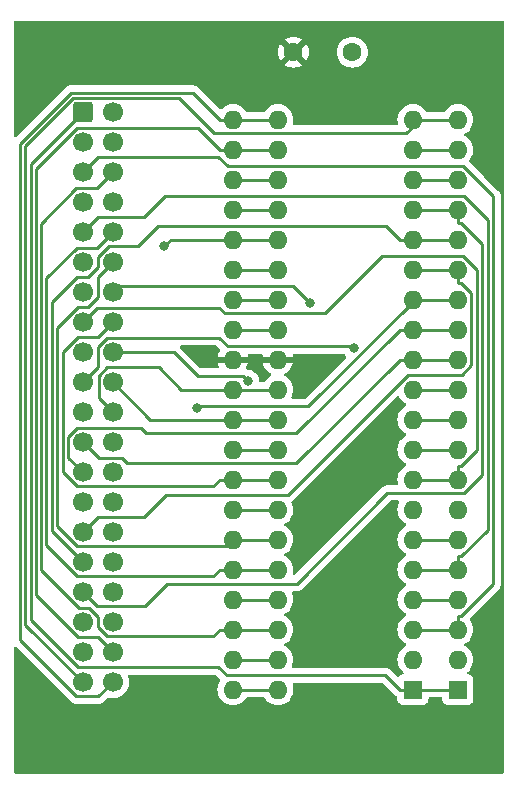
<source format=gbr>
%TF.GenerationSoftware,KiCad,Pcbnew,(6.0.9)*%
%TF.CreationDate,2022-11-13T11:09:17+10:30*%
%TF.ProjectId,TEC-SC IO Port,5445432d-5343-4204-994f-20506f72742e,rev?*%
%TF.SameCoordinates,Original*%
%TF.FileFunction,Copper,L2,Bot*%
%TF.FilePolarity,Positive*%
%FSLAX46Y46*%
G04 Gerber Fmt 4.6, Leading zero omitted, Abs format (unit mm)*
G04 Created by KiCad (PCBNEW (6.0.9)) date 2022-11-13 11:09:17*
%MOMM*%
%LPD*%
G01*
G04 APERTURE LIST*
G04 Aperture macros list*
%AMRoundRect*
0 Rectangle with rounded corners*
0 $1 Rounding radius*
0 $2 $3 $4 $5 $6 $7 $8 $9 X,Y pos of 4 corners*
0 Add a 4 corners polygon primitive as box body*
4,1,4,$2,$3,$4,$5,$6,$7,$8,$9,$2,$3,0*
0 Add four circle primitives for the rounded corners*
1,1,$1+$1,$2,$3*
1,1,$1+$1,$4,$5*
1,1,$1+$1,$6,$7*
1,1,$1+$1,$8,$9*
0 Add four rect primitives between the rounded corners*
20,1,$1+$1,$2,$3,$4,$5,0*
20,1,$1+$1,$4,$5,$6,$7,0*
20,1,$1+$1,$6,$7,$8,$9,0*
20,1,$1+$1,$8,$9,$2,$3,0*%
G04 Aperture macros list end*
%TA.AperFunction,ComponentPad*%
%ADD10R,1.600000X1.600000*%
%TD*%
%TA.AperFunction,ComponentPad*%
%ADD11O,1.600000X1.600000*%
%TD*%
%TA.AperFunction,ComponentPad*%
%ADD12C,1.600000*%
%TD*%
%TA.AperFunction,ComponentPad*%
%ADD13RoundRect,0.250000X-0.600000X-0.600000X0.600000X-0.600000X0.600000X0.600000X-0.600000X0.600000X0*%
%TD*%
%TA.AperFunction,ComponentPad*%
%ADD14C,1.700000*%
%TD*%
%TA.AperFunction,ViaPad*%
%ADD15C,0.800000*%
%TD*%
%TA.AperFunction,Conductor*%
%ADD16C,0.250000*%
%TD*%
G04 APERTURE END LIST*
D10*
%TO.P,U1,1,A11*%
%TO.N,/A11*%
X129545000Y-85085000D03*
D11*
%TO.P,U1,2,A12*%
%TO.N,/A12*%
X129545000Y-82545000D03*
%TO.P,U1,3,A13*%
%TO.N,/A13*%
X129545000Y-80005000D03*
%TO.P,U1,4,A14*%
%TO.N,/A14*%
X129545000Y-77465000D03*
%TO.P,U1,5,A15*%
%TO.N,/A15*%
X129545000Y-74925000D03*
%TO.P,U1,6,~{CLK}*%
%TO.N,/CLK*%
X129545000Y-72385000D03*
%TO.P,U1,7,D4*%
%TO.N,/D4*%
X129545000Y-69845000D03*
%TO.P,U1,8,D3*%
%TO.N,/D3*%
X129545000Y-67305000D03*
%TO.P,U1,9,D5*%
%TO.N,/D5*%
X129545000Y-64765000D03*
%TO.P,U1,10,D6*%
%TO.N,/D6*%
X129545000Y-62225000D03*
%TO.P,U1,11,VCC*%
%TO.N,+5V*%
X129545000Y-59685000D03*
%TO.P,U1,12,D2*%
%TO.N,/D2*%
X129545000Y-57145000D03*
%TO.P,U1,13,D7*%
%TO.N,/D7*%
X129545000Y-54605000D03*
%TO.P,U1,14,D0*%
%TO.N,/D0*%
X129545000Y-52065000D03*
%TO.P,U1,15,D1*%
%TO.N,/D1*%
X129545000Y-49525000D03*
%TO.P,U1,16,~{INT}*%
%TO.N,/INT*%
X129545000Y-46985000D03*
%TO.P,U1,17,~{NMI}*%
%TO.N,/NMI*%
X129545000Y-44445000D03*
%TO.P,U1,18,~{HALT}*%
%TO.N,/HALT*%
X129545000Y-41905000D03*
%TO.P,U1,19,~{MREQ}*%
%TO.N,/MREQ*%
X129545000Y-39365000D03*
%TO.P,U1,20,~{IORQ}*%
%TO.N,/IORQ*%
X129545000Y-36825000D03*
%TO.P,U1,21,~{RD}*%
%TO.N,/RD*%
X114305000Y-36825000D03*
%TO.P,U1,22,~{WR}*%
%TO.N,/WR*%
X114305000Y-39365000D03*
%TO.P,U1,23,~{BUSACK}*%
%TO.N,/BUSACK*%
X114305000Y-41905000D03*
%TO.P,U1,24,~{WAIT}*%
%TO.N,/WAIT*%
X114305000Y-44445000D03*
%TO.P,U1,25,~{BUSRQ}*%
%TO.N,/BUSRQ*%
X114305000Y-46985000D03*
%TO.P,U1,26,~{RESET}*%
%TO.N,/RESET*%
X114305000Y-49525000D03*
%TO.P,U1,27,~{M1}*%
%TO.N,/M1*%
X114305000Y-52065000D03*
%TO.P,U1,28,~{RFSH}*%
%TO.N,/RFSH*%
X114305000Y-54605000D03*
%TO.P,U1,29,GND*%
%TO.N,GND*%
X114305000Y-57145000D03*
%TO.P,U1,30,A0*%
%TO.N,/A0*%
X114305000Y-59685000D03*
%TO.P,U1,31,A1*%
%TO.N,/A1*%
X114305000Y-62225000D03*
%TO.P,U1,32,A2*%
%TO.N,/A2*%
X114305000Y-64765000D03*
%TO.P,U1,33,A3*%
%TO.N,/A3*%
X114305000Y-67305000D03*
%TO.P,U1,34,A4*%
%TO.N,/A4*%
X114305000Y-69845000D03*
%TO.P,U1,35,A5*%
%TO.N,/A5*%
X114305000Y-72385000D03*
%TO.P,U1,36,A6*%
%TO.N,/A6*%
X114305000Y-74925000D03*
%TO.P,U1,37,A7*%
%TO.N,/A7*%
X114305000Y-77465000D03*
%TO.P,U1,38,A8*%
%TO.N,/A8*%
X114305000Y-80005000D03*
%TO.P,U1,39,A9*%
%TO.N,/A9*%
X114305000Y-82545000D03*
%TO.P,U1,40,A10*%
%TO.N,/A10*%
X114305000Y-85085000D03*
%TD*%
D12*
%TO.P,C1,1*%
%TO.N,+5V*%
X124420000Y-31115000D03*
%TO.P,C1,2*%
%TO.N,GND*%
X119420000Y-31115000D03*
%TD*%
D13*
%TO.P,J1,1,Pin_1*%
%TO.N,/A11*%
X101600000Y-36195000D03*
D14*
%TO.P,J1,2,Pin_2*%
%TO.N,/A12*%
X101600000Y-38735000D03*
%TO.P,J1,3,Pin_3*%
%TO.N,/A13*%
X101600000Y-41275000D03*
%TO.P,J1,4,Pin_4*%
%TO.N,/A14*%
X101600000Y-43815000D03*
%TO.P,J1,5,Pin_5*%
%TO.N,/A15*%
X101600000Y-46355000D03*
%TO.P,J1,6,Pin_6*%
%TO.N,/CLK*%
X101600000Y-48895000D03*
%TO.P,J1,7,Pin_7*%
%TO.N,/D4*%
X101600000Y-51435000D03*
%TO.P,J1,8,Pin_8*%
%TO.N,/D3*%
X101600000Y-53975000D03*
%TO.P,J1,9,Pin_9*%
%TO.N,/D5*%
X101600000Y-56515000D03*
%TO.P,J1,10,Pin_10*%
%TO.N,/D6*%
X101600000Y-59055000D03*
%TO.P,J1,11,Pin_11*%
%TO.N,+5V*%
X101600000Y-61595000D03*
%TO.P,J1,12,Pin_12*%
%TO.N,/D2*%
X101600000Y-64135000D03*
%TO.P,J1,13,Pin_13*%
%TO.N,/D7*%
X101600000Y-66675000D03*
%TO.P,J1,14,Pin_14*%
%TO.N,/D0*%
X101600000Y-69215000D03*
%TO.P,J1,15,Pin_15*%
%TO.N,/D1*%
X101600000Y-71755000D03*
%TO.P,J1,16,Pin_16*%
%TO.N,/INT*%
X101600000Y-74295000D03*
%TO.P,J1,17,Pin_17*%
%TO.N,/NMI*%
X101600000Y-76835000D03*
%TO.P,J1,18,Pin_18*%
%TO.N,/HALT*%
X101600000Y-79375000D03*
%TO.P,J1,19,Pin_19*%
%TO.N,/MREQ*%
X101600000Y-81915000D03*
%TO.P,J1,20,Pin_20*%
%TO.N,/IORQ*%
X101600000Y-84455000D03*
%TO.P,J1,21,Pin_21*%
%TO.N,/RD*%
X104140000Y-84455000D03*
%TO.P,J1,22,Pin_22*%
%TO.N,/WR*%
X104140000Y-81915000D03*
%TO.P,J1,23,Pin_23*%
%TO.N,/BUSACK*%
X104140000Y-79375000D03*
%TO.P,J1,24,Pin_24*%
%TO.N,/WAIT*%
X104140000Y-76835000D03*
%TO.P,J1,25,Pin_25*%
%TO.N,/BUSRQ*%
X104140000Y-74295000D03*
%TO.P,J1,26,Pin_26*%
%TO.N,/RESET*%
X104140000Y-71755000D03*
%TO.P,J1,27,Pin_27*%
%TO.N,/M1*%
X104140000Y-69215000D03*
%TO.P,J1,28,Pin_28*%
%TO.N,/RFSH*%
X104140000Y-66675000D03*
%TO.P,J1,29,Pin_29*%
%TO.N,GND*%
X104140000Y-64135000D03*
%TO.P,J1,30,Pin_30*%
%TO.N,/A0*%
X104140000Y-61595000D03*
%TO.P,J1,31,Pin_31*%
%TO.N,/A1*%
X104140000Y-59055000D03*
%TO.P,J1,32,Pin_32*%
%TO.N,/A2*%
X104140000Y-56515000D03*
%TO.P,J1,33,Pin_33*%
%TO.N,/A3*%
X104140000Y-53975000D03*
%TO.P,J1,34,Pin_34*%
%TO.N,/A4*%
X104140000Y-51435000D03*
%TO.P,J1,35,Pin_35*%
%TO.N,/A5*%
X104140000Y-48895000D03*
%TO.P,J1,36,Pin_36*%
%TO.N,/A6*%
X104140000Y-46355000D03*
%TO.P,J1,37,Pin_37*%
%TO.N,/A7*%
X104140000Y-43815000D03*
%TO.P,J1,38,Pin_38*%
%TO.N,/A8*%
X104140000Y-41275000D03*
%TO.P,J1,39,Pin_39*%
%TO.N,/A9*%
X104140000Y-38735000D03*
%TO.P,J1,40,Pin_40*%
%TO.N,/A10*%
X104140000Y-36195000D03*
%TD*%
D10*
%TO.P,J2,1,Pin_1*%
%TO.N,/A11*%
X133350000Y-85090000D03*
D11*
%TO.P,J2,2,Pin_2*%
%TO.N,/A12*%
X133350000Y-82550000D03*
%TO.P,J2,3,Pin_3*%
%TO.N,/A13*%
X133350000Y-80010000D03*
%TO.P,J2,4,Pin_4*%
%TO.N,/A14*%
X133350000Y-77470000D03*
%TO.P,J2,5,Pin_5*%
%TO.N,/A15*%
X133350000Y-74930000D03*
%TO.P,J2,6,Pin_6*%
%TO.N,/CLK*%
X133350000Y-72390000D03*
%TO.P,J2,7,Pin_7*%
%TO.N,/D4*%
X133350000Y-69850000D03*
%TO.P,J2,8,Pin_8*%
%TO.N,/D3*%
X133350000Y-67310000D03*
%TO.P,J2,9,Pin_9*%
%TO.N,/D5*%
X133350000Y-64770000D03*
%TO.P,J2,10,Pin_10*%
%TO.N,/D6*%
X133350000Y-62230000D03*
%TO.P,J2,11,Pin_11*%
%TO.N,+5V*%
X133350000Y-59690000D03*
%TO.P,J2,12,Pin_12*%
%TO.N,/D2*%
X133350000Y-57150000D03*
%TO.P,J2,13,Pin_13*%
%TO.N,/D7*%
X133350000Y-54610000D03*
%TO.P,J2,14,Pin_14*%
%TO.N,/D0*%
X133350000Y-52070000D03*
%TO.P,J2,15,Pin_15*%
%TO.N,/D1*%
X133350000Y-49530000D03*
%TO.P,J2,16,Pin_16*%
%TO.N,/INT*%
X133350000Y-46990000D03*
%TO.P,J2,17,Pin_17*%
%TO.N,/NMI*%
X133350000Y-44450000D03*
%TO.P,J2,18,Pin_18*%
%TO.N,/HALT*%
X133350000Y-41910000D03*
%TO.P,J2,19,Pin_19*%
%TO.N,/MREQ*%
X133350000Y-39370000D03*
%TO.P,J2,20,Pin_20*%
%TO.N,/IORQ*%
X133350000Y-36830000D03*
%TO.P,J2,21,Pin_21*%
%TO.N,/RD*%
X118110000Y-36830000D03*
%TO.P,J2,22,Pin_22*%
%TO.N,/WR*%
X118110000Y-39370000D03*
%TO.P,J2,23,Pin_23*%
%TO.N,/BUSACK*%
X118110000Y-41910000D03*
%TO.P,J2,24,Pin_24*%
%TO.N,/WAIT*%
X118110000Y-44450000D03*
%TO.P,J2,25,Pin_25*%
%TO.N,/BUSRQ*%
X118110000Y-46990000D03*
%TO.P,J2,26,Pin_26*%
%TO.N,/RESET*%
X118110000Y-49530000D03*
%TO.P,J2,27,Pin_27*%
%TO.N,/M1*%
X118110000Y-52070000D03*
%TO.P,J2,28,Pin_28*%
%TO.N,/RFSH*%
X118110000Y-54610000D03*
%TO.P,J2,29,Pin_29*%
%TO.N,GND*%
X118110000Y-57150000D03*
%TO.P,J2,30,Pin_30*%
%TO.N,/A0*%
X118110000Y-59690000D03*
%TO.P,J2,31,Pin_31*%
%TO.N,/A1*%
X118110000Y-62230000D03*
%TO.P,J2,32,Pin_32*%
%TO.N,/A2*%
X118110000Y-64770000D03*
%TO.P,J2,33,Pin_33*%
%TO.N,/A3*%
X118110000Y-67310000D03*
%TO.P,J2,34,Pin_34*%
%TO.N,/A4*%
X118110000Y-69850000D03*
%TO.P,J2,35,Pin_35*%
%TO.N,/A5*%
X118110000Y-72390000D03*
%TO.P,J2,36,Pin_36*%
%TO.N,/A6*%
X118110000Y-74930000D03*
%TO.P,J2,37,Pin_37*%
%TO.N,/A7*%
X118110000Y-77470000D03*
%TO.P,J2,38,Pin_38*%
%TO.N,/A8*%
X118110000Y-80010000D03*
%TO.P,J2,39,Pin_39*%
%TO.N,/A9*%
X118110000Y-82550000D03*
%TO.P,J2,40,Pin_40*%
%TO.N,/A10*%
X118110000Y-85090000D03*
%TD*%
D15*
%TO.N,GND*%
X111500000Y-31100000D03*
X121800000Y-76000000D03*
X126500000Y-65200000D03*
X121800000Y-69100000D03*
X123100000Y-57100000D03*
%TO.N,/D6*%
X124556200Y-56206600D03*
%TO.N,/D0*%
X111250800Y-61217600D03*
%TO.N,/A2*%
X115582000Y-58927500D03*
%TO.N,/A4*%
X120795800Y-52314300D03*
%TO.N,/BUSRQ*%
X108507000Y-47539100D03*
%TD*%
D16*
%TO.N,/A11*%
X113787400Y-83887400D02*
X127222100Y-83887400D01*
X133350000Y-85090000D02*
X130675300Y-85090000D01*
X127222100Y-83887400D02*
X128419700Y-85085000D01*
X101600000Y-36195000D02*
X97173900Y-40621100D01*
X130675300Y-85090000D02*
X130670300Y-85085000D01*
X97173900Y-40621100D02*
X97173900Y-79159600D01*
X97173900Y-79159600D02*
X101199300Y-83185000D01*
X129545000Y-85085000D02*
X130670300Y-85085000D01*
X113085000Y-83185000D02*
X113787400Y-83887400D01*
X101199300Y-83185000D02*
X113085000Y-83185000D01*
X129545000Y-85085000D02*
X128419700Y-85085000D01*
%TO.N,/A13*%
X133631300Y-78884700D02*
X136357300Y-76158700D01*
X102870000Y-40005000D02*
X101600000Y-41275000D01*
X136357300Y-43320000D02*
X133816900Y-40779600D01*
X130107700Y-80005000D02*
X130670300Y-80005000D01*
X133350000Y-78884700D02*
X133631300Y-78884700D01*
X133816900Y-40779600D02*
X113859600Y-40779600D01*
X136357300Y-76158700D02*
X136357300Y-43320000D01*
X133350000Y-80010000D02*
X133350000Y-78884700D01*
X130107700Y-80005000D02*
X130042800Y-80005000D01*
X129545000Y-80005000D02*
X130042800Y-80005000D01*
X113859600Y-40779600D02*
X113085000Y-40005000D01*
X130670300Y-80005000D02*
X130675300Y-80010000D01*
X130675300Y-80010000D02*
X133350000Y-80010000D01*
X113085000Y-40005000D02*
X102870000Y-40005000D01*
%TO.N,/A14*%
X129545000Y-77465000D02*
X130670300Y-77465000D01*
X133350000Y-77470000D02*
X130675300Y-77470000D01*
X130675300Y-77470000D02*
X130670300Y-77465000D01*
%TO.N,/A15*%
X133350000Y-74930000D02*
X133350000Y-73804700D01*
X133631300Y-73804700D02*
X135879300Y-71556700D01*
X133852700Y-43319600D02*
X108534900Y-43319600D01*
X108534900Y-43319600D02*
X106769500Y-45085000D01*
X129545000Y-74925000D02*
X130670300Y-74925000D01*
X135879300Y-45346200D02*
X133852700Y-43319600D01*
X130675300Y-74930000D02*
X133350000Y-74930000D01*
X130670300Y-74925000D02*
X130675300Y-74930000D01*
X135879300Y-71556700D02*
X135879300Y-45346200D01*
X106769500Y-45085000D02*
X102870000Y-45085000D01*
X133350000Y-73804700D02*
X133631300Y-73804700D01*
X102870000Y-45085000D02*
X101600000Y-46355000D01*
%TO.N,/CLK*%
X132219700Y-72385000D02*
X129545000Y-72385000D01*
X132224700Y-72390000D02*
X132219700Y-72385000D01*
X133350000Y-72390000D02*
X132224700Y-72390000D01*
%TO.N,/D3*%
X134978500Y-64837500D02*
X133631300Y-66184700D01*
X113604600Y-53224600D02*
X122099400Y-53224600D01*
X102813700Y-52761300D02*
X113141300Y-52761300D01*
X122099400Y-53224600D02*
X126930600Y-48393400D01*
X130675300Y-67310000D02*
X130670300Y-67305000D01*
X133631300Y-66184700D02*
X133350000Y-66184700D01*
X101600000Y-53975000D02*
X102813700Y-52761300D01*
X133817700Y-48393400D02*
X134978500Y-49554200D01*
X133350000Y-67310000D02*
X133350000Y-66184700D01*
X126930600Y-48393400D02*
X133817700Y-48393400D01*
X133350000Y-67310000D02*
X130675300Y-67310000D01*
X134978500Y-49554200D02*
X134978500Y-64837500D01*
X113141300Y-52761300D02*
X113604600Y-53224600D01*
X129545000Y-67305000D02*
X130670300Y-67305000D01*
%TO.N,/D5*%
X133350000Y-64770000D02*
X132224700Y-64770000D01*
X132219700Y-64765000D02*
X129545000Y-64765000D01*
X132224700Y-64770000D02*
X132219700Y-64765000D01*
%TO.N,/D6*%
X103665300Y-55310300D02*
X102870000Y-56105600D01*
X133350000Y-62230000D02*
X130675300Y-62230000D01*
X130675300Y-62230000D02*
X130670300Y-62225000D01*
X102870000Y-57785000D02*
X101600000Y-59055000D01*
X124556200Y-56206600D02*
X124369200Y-56019600D01*
X102870000Y-56105600D02*
X102870000Y-57785000D01*
X113150300Y-55310300D02*
X103665300Y-55310300D01*
X124369200Y-56019600D02*
X113859600Y-56019600D01*
X129545000Y-62225000D02*
X130670300Y-62225000D01*
X113859600Y-56019600D02*
X113150300Y-55310300D01*
%TO.N,/D2*%
X129545000Y-57145000D02*
X130670300Y-57145000D01*
X102944200Y-65479200D02*
X104904200Y-65479200D01*
X104904200Y-65479200D02*
X105320400Y-65895400D01*
X101600000Y-64135000D02*
X102944200Y-65479200D01*
X129545000Y-57145000D02*
X128419700Y-57145000D01*
X130675300Y-57150000D02*
X130670300Y-57145000D01*
X133350000Y-57150000D02*
X130675300Y-57150000D01*
X119669300Y-65895400D02*
X128419700Y-57145000D01*
X105320400Y-65895400D02*
X119669300Y-65895400D01*
%TO.N,/D7*%
X133350000Y-54610000D02*
X130675300Y-54610000D01*
X128419700Y-54605000D02*
X119668800Y-63355900D01*
X119668800Y-63355900D02*
X106926000Y-63355900D01*
X130675300Y-54610000D02*
X130670300Y-54605000D01*
X106926000Y-63355900D02*
X106504000Y-62933900D01*
X129545000Y-54605000D02*
X130670300Y-54605000D01*
X101136700Y-62933900D02*
X100375000Y-63695600D01*
X129545000Y-54605000D02*
X128419700Y-54605000D01*
X100375000Y-63695600D02*
X100375000Y-65450000D01*
X106504000Y-62933900D02*
X101136700Y-62933900D01*
X100375000Y-65450000D02*
X101600000Y-66675000D01*
%TO.N,/D0*%
X111368800Y-61099600D02*
X120689000Y-61099600D01*
X133350000Y-52070000D02*
X130675300Y-52070000D01*
X130675300Y-52070000D02*
X130670300Y-52065000D01*
X129611500Y-52065000D02*
X129678000Y-52065000D01*
X129545000Y-52065000D02*
X129611500Y-52065000D01*
X111250800Y-61217600D02*
X111368800Y-61099600D01*
X130093200Y-52065000D02*
X130670300Y-52065000D01*
X130093200Y-52065000D02*
X129678000Y-52065000D01*
X129611500Y-52177100D02*
X129611500Y-52065000D01*
X120689000Y-61099600D02*
X129611500Y-52177100D01*
%TO.N,/D1*%
X102870000Y-70485000D02*
X101600000Y-71755000D01*
X118951900Y-68575000D02*
X108679500Y-68575000D01*
X134476000Y-51500000D02*
X134476000Y-57635600D01*
X133350000Y-49530000D02*
X133350000Y-50655300D01*
X134476000Y-57635600D02*
X133696600Y-58415000D01*
X133696600Y-58415000D02*
X129111900Y-58415000D01*
X133631300Y-50655300D02*
X134476000Y-51500000D01*
X106769500Y-70485000D02*
X102870000Y-70485000D01*
X130675300Y-49530000D02*
X133350000Y-49530000D01*
X129111900Y-58415000D02*
X118951900Y-68575000D01*
X130670300Y-49525000D02*
X130675300Y-49530000D01*
X133350000Y-50655300D02*
X133631300Y-50655300D01*
X129545000Y-49525000D02*
X130670300Y-49525000D01*
X108679500Y-68575000D02*
X106769500Y-70485000D01*
%TO.N,/INT*%
X98975600Y-52307400D02*
X98975600Y-71670600D01*
X133350000Y-46990000D02*
X130675300Y-46990000D01*
X129545000Y-46985000D02*
X130670300Y-46985000D01*
X102870000Y-49304400D02*
X102009400Y-50165000D01*
X127272100Y-45837400D02*
X107966700Y-45837400D01*
X102870000Y-48495700D02*
X102870000Y-49304400D01*
X102009400Y-50165000D02*
X101118000Y-50165000D01*
X130675300Y-46990000D02*
X130670300Y-46985000D01*
X129545000Y-46985000D02*
X128419700Y-46985000D01*
X107966700Y-45837400D02*
X106273700Y-47530400D01*
X101118000Y-50165000D02*
X98975600Y-52307400D01*
X103835300Y-47530400D02*
X102870000Y-48495700D01*
X106273700Y-47530400D02*
X103835300Y-47530400D01*
X128419700Y-46985000D02*
X127272100Y-45837400D01*
X98975600Y-71670600D02*
X101600000Y-74295000D01*
%TO.N,/A0*%
X104140000Y-61595000D02*
X102964600Y-60419600D01*
X115430300Y-59685000D02*
X115435300Y-59690000D01*
X102964600Y-60419600D02*
X102964600Y-58529400D01*
X109896400Y-59685000D02*
X113179700Y-59685000D01*
X108015400Y-57804000D02*
X109896400Y-59685000D01*
X103690000Y-57804000D02*
X108015400Y-57804000D01*
X115435300Y-59690000D02*
X116984700Y-59690000D01*
X114305000Y-59685000D02*
X113179700Y-59685000D01*
X102964600Y-58529400D02*
X103690000Y-57804000D01*
X114305000Y-59685000D02*
X115430300Y-59685000D01*
X118110000Y-59690000D02*
X116984700Y-59690000D01*
%TO.N,/A1*%
X118110000Y-62230000D02*
X115435300Y-62230000D01*
X104140000Y-59055000D02*
X107310000Y-62225000D01*
X107310000Y-62225000D02*
X113179700Y-62225000D01*
X115435300Y-62230000D02*
X115430300Y-62225000D01*
X114305000Y-62225000D02*
X113179700Y-62225000D01*
X114305000Y-62225000D02*
X115430300Y-62225000D01*
%TO.N,/A2*%
X115435300Y-64770000D02*
X115430300Y-64765000D01*
X104140000Y-56515000D02*
X109311800Y-56515000D01*
X109311800Y-56515000D02*
X111313500Y-58516700D01*
X118110000Y-64770000D02*
X115435300Y-64770000D01*
X114305000Y-64765000D02*
X115430300Y-64765000D01*
X111313500Y-58516700D02*
X115171200Y-58516700D01*
X115171200Y-58516700D02*
X115582000Y-58927500D01*
%TO.N,/A3*%
X101109200Y-67850400D02*
X99924600Y-66665800D01*
X115435300Y-67310000D02*
X115430300Y-67305000D01*
X118110000Y-67310000D02*
X115435300Y-67310000D01*
X99924600Y-66665800D02*
X99924600Y-56488700D01*
X113179700Y-67305000D02*
X112634300Y-67850400D01*
X112634300Y-67850400D02*
X101109200Y-67850400D01*
X99924600Y-56488700D02*
X101168300Y-55245000D01*
X114305000Y-67305000D02*
X113179700Y-67305000D01*
X114305000Y-67305000D02*
X115430300Y-67305000D01*
X102870000Y-55245000D02*
X104140000Y-53975000D01*
X101168300Y-55245000D02*
X102870000Y-55245000D01*
%TO.N,/A4*%
X115435300Y-69850000D02*
X115430300Y-69845000D01*
X119356500Y-50875000D02*
X104700000Y-50875000D01*
X114305000Y-69845000D02*
X115430300Y-69845000D01*
X104700000Y-50875000D02*
X104140000Y-51435000D01*
X118110000Y-69850000D02*
X115435300Y-69850000D01*
X120795800Y-52314300D02*
X119356500Y-50875000D01*
%TO.N,/A5*%
X102870000Y-51844400D02*
X102870000Y-50165000D01*
X99426000Y-54464100D02*
X101185100Y-52705000D01*
X114867700Y-72385000D02*
X115430300Y-72385000D01*
X114307100Y-72945600D02*
X101107800Y-72945600D01*
X115435300Y-72390000D02*
X115430300Y-72385000D01*
X99426000Y-71263800D02*
X99426000Y-54464100D01*
X102870000Y-50165000D02*
X104140000Y-48895000D01*
X102009400Y-52705000D02*
X102870000Y-51844400D01*
X101185100Y-52705000D02*
X102009400Y-52705000D01*
X114867700Y-72385000D02*
X114307100Y-72945600D01*
X114305000Y-72385000D02*
X114867700Y-72385000D01*
X118110000Y-72390000D02*
X115435300Y-72390000D01*
X101107800Y-72945600D02*
X99426000Y-71263800D01*
%TO.N,/A6*%
X98524800Y-50272000D02*
X98524800Y-72882300D01*
X102775400Y-47719600D02*
X101077200Y-47719600D01*
X101127500Y-75485000D02*
X112619700Y-75485000D01*
X118110000Y-74930000D02*
X115435300Y-74930000D01*
X114305000Y-74925000D02*
X115430300Y-74925000D01*
X115435300Y-74930000D02*
X115430300Y-74925000D01*
X98524800Y-72882300D02*
X101127500Y-75485000D01*
X104140000Y-46355000D02*
X102775400Y-47719600D01*
X114305000Y-74925000D02*
X113179700Y-74925000D01*
X112619700Y-75485000D02*
X113179700Y-74925000D01*
X101077200Y-47719600D02*
X98524800Y-50272000D01*
%TO.N,/A7*%
X115435300Y-77470000D02*
X115430300Y-77465000D01*
X118110000Y-77470000D02*
X115435300Y-77470000D01*
X114305000Y-77465000D02*
X115430300Y-77465000D01*
%TO.N,/A8*%
X102870000Y-78923900D02*
X102870000Y-79784400D01*
X101274500Y-78199700D02*
X102145800Y-78199700D01*
X98074500Y-45624900D02*
X98074500Y-74999700D01*
X114305000Y-80005000D02*
X113179700Y-80005000D01*
X112619700Y-80565000D02*
X113179700Y-80005000D01*
X114305000Y-80005000D02*
X115430300Y-80005000D01*
X115435300Y-80010000D02*
X115430300Y-80005000D01*
X102775400Y-42639600D02*
X102775400Y-42639700D01*
X118110000Y-80010000D02*
X115435300Y-80010000D01*
X98074500Y-74999700D02*
X101274500Y-78199700D01*
X104140000Y-41275000D02*
X102775400Y-42639600D01*
X102775400Y-42639700D02*
X101059700Y-42639700D01*
X101059700Y-42639700D02*
X98074500Y-45624900D01*
X103650600Y-80565000D02*
X112619700Y-80565000D01*
X102145800Y-78199700D02*
X102870000Y-78923900D01*
X102870000Y-79784400D02*
X103650600Y-80565000D01*
%TO.N,/A9*%
X118110000Y-82550000D02*
X115435300Y-82550000D01*
X115435300Y-82550000D02*
X115430300Y-82545000D01*
X114305000Y-82545000D02*
X115430300Y-82545000D01*
%TO.N,/A10*%
X118110000Y-85090000D02*
X115435300Y-85090000D01*
X115435300Y-85090000D02*
X115430300Y-85085000D01*
X114305000Y-85085000D02*
X115430300Y-85085000D01*
%TO.N,+5V*%
X129545000Y-59685000D02*
X130670300Y-59685000D01*
X130675300Y-59690000D02*
X130670300Y-59685000D01*
X133350000Y-59690000D02*
X130675300Y-59690000D01*
%TO.N,/NMI*%
X102781100Y-78016100D02*
X101600000Y-76835000D01*
X130670300Y-44445000D02*
X130675300Y-44450000D01*
X135428900Y-47372900D02*
X135428900Y-66877600D01*
X129545000Y-44445000D02*
X130670300Y-44445000D01*
X133871100Y-68435400D02*
X127386100Y-68435400D01*
X133350000Y-44450000D02*
X133350000Y-45575300D01*
X135428900Y-66877600D02*
X133871100Y-68435400D01*
X133350000Y-45575300D02*
X133631300Y-45575300D01*
X130675300Y-44450000D02*
X133350000Y-44450000D01*
X106858400Y-78016100D02*
X102781100Y-78016100D01*
X108764300Y-76110200D02*
X106858400Y-78016100D01*
X127386100Y-68435400D02*
X119711300Y-76110200D01*
X133631300Y-45575300D02*
X135428900Y-47372900D01*
X119711300Y-76110200D02*
X108764300Y-76110200D01*
%TO.N,/WAIT*%
X114305000Y-44445000D02*
X115430300Y-44445000D01*
X118110000Y-44450000D02*
X115435300Y-44450000D01*
X115435300Y-44450000D02*
X115430300Y-44445000D01*
%TO.N,/MREQ*%
X129545000Y-39365000D02*
X130670300Y-39365000D01*
X130675300Y-39370000D02*
X130670300Y-39365000D01*
X133350000Y-39370000D02*
X130675300Y-39370000D01*
%TO.N,/IORQ*%
X112723500Y-37957300D02*
X109782300Y-35016100D01*
X129545000Y-36825000D02*
X130107700Y-36825000D01*
X100761900Y-35016100D02*
X96723600Y-39054400D01*
X130107700Y-36825000D02*
X128975400Y-37957300D01*
X96723600Y-79578600D02*
X101600000Y-84455000D01*
X130675300Y-36830000D02*
X130670300Y-36825000D01*
X96723600Y-39054400D02*
X96723600Y-79578600D01*
X133350000Y-36830000D02*
X130675300Y-36830000D01*
X109782300Y-35016100D02*
X100761900Y-35016100D01*
X130107700Y-36825000D02*
X130670300Y-36825000D01*
X128975400Y-37957300D02*
X112723500Y-37957300D01*
%TO.N,/RD*%
X110920500Y-34565800D02*
X100575300Y-34565800D01*
X115435300Y-36830000D02*
X115430300Y-36825000D01*
X101061200Y-85670200D02*
X102924800Y-85670200D01*
X100575300Y-34565800D02*
X96273300Y-38867800D01*
X114305000Y-36825000D02*
X115430300Y-36825000D01*
X96273300Y-38867800D02*
X96273300Y-80882300D01*
X113179700Y-36825000D02*
X110920500Y-34565800D01*
X102924800Y-85670200D02*
X104140000Y-84455000D01*
X96273300Y-80882300D02*
X101061200Y-85670200D01*
X118110000Y-36830000D02*
X115435300Y-36830000D01*
X114305000Y-36825000D02*
X113179700Y-36825000D01*
%TO.N,/WR*%
X101196500Y-80645000D02*
X102870000Y-80645000D01*
X111340400Y-37525700D02*
X101116500Y-37525700D01*
X97624200Y-77072700D02*
X101196500Y-80645000D01*
X113179700Y-39365000D02*
X111340400Y-37525700D01*
X102870000Y-80645000D02*
X104140000Y-81915000D01*
X118110000Y-39370000D02*
X115435300Y-39370000D01*
X114305000Y-39365000D02*
X113179700Y-39365000D01*
X115435300Y-39370000D02*
X115430300Y-39365000D01*
X97624200Y-41018000D02*
X97624200Y-77072700D01*
X114305000Y-39365000D02*
X115430300Y-39365000D01*
X101116500Y-37525700D02*
X97624200Y-41018000D01*
%TO.N,/BUSACK*%
X114305000Y-41905000D02*
X115430300Y-41905000D01*
X118110000Y-41910000D02*
X115435300Y-41910000D01*
X115435300Y-41910000D02*
X115430300Y-41905000D01*
%TO.N,/BUSRQ*%
X114305000Y-46985000D02*
X109061100Y-46985000D01*
X115435300Y-46990000D02*
X115430300Y-46985000D01*
X114305000Y-46985000D02*
X115430300Y-46985000D01*
X109061100Y-46985000D02*
X108507000Y-47539100D01*
X118110000Y-46990000D02*
X115435300Y-46990000D01*
%TO.N,/RESET*%
X115435300Y-49530000D02*
X118110000Y-49530000D01*
X115430300Y-49525000D02*
X115435300Y-49530000D01*
X114305000Y-49525000D02*
X115430300Y-49525000D01*
%TO.N,/M1*%
X118110000Y-52070000D02*
X115435300Y-52070000D01*
X115435300Y-52070000D02*
X115430300Y-52065000D01*
X114305000Y-52065000D02*
X115430300Y-52065000D01*
%TO.N,/RFSH*%
X114305000Y-54605000D02*
X115430300Y-54605000D01*
X115435300Y-54610000D02*
X115430300Y-54605000D01*
X118110000Y-54610000D02*
X115435300Y-54610000D01*
%TO.N,GND*%
X118110000Y-57150000D02*
X115435300Y-57150000D01*
X115435300Y-57150000D02*
X115430300Y-57145000D01*
X114305000Y-57145000D02*
X115430300Y-57145000D01*
%TO.N,/HALT*%
X133350000Y-41910000D02*
X130675300Y-41910000D01*
X130675300Y-41910000D02*
X130670300Y-41905000D01*
X129545000Y-41905000D02*
X130670300Y-41905000D01*
%TD*%
%TA.AperFunction,Conductor*%
%TO.N,GND*%
G36*
X137228621Y-28468502D02*
G01*
X137275114Y-28522158D01*
X137286500Y-28574500D01*
X137286500Y-92075500D01*
X137266498Y-92143621D01*
X137212842Y-92190114D01*
X137160500Y-92201500D01*
X95884500Y-92201500D01*
X95816379Y-92181498D01*
X95769886Y-92127842D01*
X95758500Y-92075500D01*
X95758500Y-81567594D01*
X95778502Y-81499473D01*
X95832158Y-81452980D01*
X95902432Y-81442876D01*
X95967012Y-81472370D01*
X95973595Y-81478499D01*
X98271595Y-83776500D01*
X100557548Y-86062453D01*
X100565088Y-86070739D01*
X100569200Y-86077218D01*
X100574977Y-86082643D01*
X100618851Y-86123843D01*
X100621693Y-86126598D01*
X100641430Y-86146335D01*
X100644627Y-86148815D01*
X100653647Y-86156518D01*
X100685879Y-86186786D01*
X100692825Y-86190605D01*
X100692828Y-86190607D01*
X100703634Y-86196548D01*
X100720153Y-86207399D01*
X100736159Y-86219814D01*
X100743428Y-86222959D01*
X100743432Y-86222962D01*
X100776737Y-86237374D01*
X100787387Y-86242591D01*
X100826140Y-86263895D01*
X100833815Y-86265866D01*
X100833816Y-86265866D01*
X100845762Y-86268933D01*
X100864467Y-86275337D01*
X100883055Y-86283381D01*
X100890878Y-86284620D01*
X100890888Y-86284623D01*
X100926724Y-86290299D01*
X100938344Y-86292705D01*
X100970159Y-86300873D01*
X100981170Y-86303700D01*
X101001424Y-86303700D01*
X101021134Y-86305251D01*
X101041143Y-86308420D01*
X101049035Y-86307674D01*
X101067780Y-86305902D01*
X101085162Y-86304259D01*
X101097019Y-86303700D01*
X102846033Y-86303700D01*
X102857216Y-86304227D01*
X102864709Y-86305902D01*
X102872635Y-86305653D01*
X102872636Y-86305653D01*
X102932786Y-86303762D01*
X102936745Y-86303700D01*
X102964656Y-86303700D01*
X102968591Y-86303203D01*
X102968656Y-86303195D01*
X102980493Y-86302262D01*
X103012751Y-86301248D01*
X103016770Y-86301122D01*
X103024689Y-86300873D01*
X103044143Y-86295221D01*
X103063500Y-86291213D01*
X103075730Y-86289668D01*
X103075731Y-86289668D01*
X103083597Y-86288674D01*
X103090968Y-86285755D01*
X103090970Y-86285755D01*
X103124712Y-86272396D01*
X103135942Y-86268551D01*
X103170783Y-86258429D01*
X103170784Y-86258429D01*
X103178393Y-86256218D01*
X103185212Y-86252185D01*
X103185217Y-86252183D01*
X103195828Y-86245907D01*
X103213576Y-86237212D01*
X103232417Y-86229752D01*
X103239831Y-86224366D01*
X103268187Y-86203764D01*
X103278107Y-86197248D01*
X103309335Y-86178780D01*
X103309338Y-86178778D01*
X103316162Y-86174742D01*
X103330483Y-86160421D01*
X103345517Y-86147580D01*
X103347231Y-86146335D01*
X103361907Y-86135672D01*
X103390098Y-86101595D01*
X103398088Y-86092816D01*
X103684549Y-85806355D01*
X103746861Y-85772329D01*
X103798762Y-85771979D01*
X103978597Y-85808567D01*
X103983772Y-85808757D01*
X103983774Y-85808757D01*
X104196673Y-85816564D01*
X104196677Y-85816564D01*
X104201837Y-85816753D01*
X104206957Y-85816097D01*
X104206959Y-85816097D01*
X104418288Y-85789025D01*
X104418289Y-85789025D01*
X104423416Y-85788368D01*
X104428366Y-85786883D01*
X104632429Y-85725661D01*
X104632434Y-85725659D01*
X104637384Y-85724174D01*
X104837994Y-85625896D01*
X105019860Y-85496173D01*
X105032583Y-85483495D01*
X105174435Y-85342137D01*
X105178096Y-85338489D01*
X105308453Y-85157077D01*
X105338899Y-85095475D01*
X105405136Y-84961453D01*
X105405137Y-84961451D01*
X105407430Y-84956811D01*
X105472370Y-84743069D01*
X105501529Y-84521590D01*
X105503156Y-84455000D01*
X105484852Y-84232361D01*
X105430431Y-84015702D01*
X105421318Y-83994743D01*
X105412497Y-83924297D01*
X105443163Y-83860265D01*
X105503579Y-83822977D01*
X105536867Y-83818500D01*
X112770406Y-83818500D01*
X112838527Y-83838502D01*
X112859501Y-83855405D01*
X113201800Y-84197704D01*
X113235826Y-84260016D01*
X113230761Y-84330831D01*
X113215918Y-84359070D01*
X113167477Y-84428251D01*
X113165154Y-84433233D01*
X113165151Y-84433238D01*
X113107065Y-84557805D01*
X113070716Y-84635757D01*
X113069294Y-84641065D01*
X113069293Y-84641067D01*
X113040634Y-84748023D01*
X113011457Y-84856913D01*
X112991502Y-85085000D01*
X113011457Y-85313087D01*
X113070716Y-85534243D01*
X113073039Y-85539224D01*
X113073039Y-85539225D01*
X113165151Y-85736762D01*
X113165154Y-85736767D01*
X113167477Y-85741749D01*
X113298802Y-85929300D01*
X113460700Y-86091198D01*
X113465208Y-86094355D01*
X113465211Y-86094357D01*
X113528812Y-86138891D01*
X113648251Y-86222523D01*
X113653233Y-86224846D01*
X113653238Y-86224849D01*
X113830859Y-86307674D01*
X113855757Y-86319284D01*
X113861065Y-86320706D01*
X113861067Y-86320707D01*
X114071598Y-86377119D01*
X114071600Y-86377119D01*
X114076913Y-86378543D01*
X114305000Y-86398498D01*
X114533087Y-86378543D01*
X114538400Y-86377119D01*
X114538402Y-86377119D01*
X114748933Y-86320707D01*
X114748935Y-86320706D01*
X114754243Y-86319284D01*
X114779141Y-86307674D01*
X114956762Y-86224849D01*
X114956767Y-86224846D01*
X114961749Y-86222523D01*
X115081188Y-86138891D01*
X115144789Y-86094357D01*
X115144792Y-86094355D01*
X115149300Y-86091198D01*
X115311198Y-85929300D01*
X115367075Y-85849500D01*
X115417680Y-85777229D01*
X115473137Y-85732901D01*
X115520893Y-85723500D01*
X116890606Y-85723500D01*
X116958727Y-85743502D01*
X116993819Y-85777229D01*
X117021035Y-85816097D01*
X117103802Y-85934300D01*
X117265700Y-86096198D01*
X117270208Y-86099355D01*
X117270211Y-86099357D01*
X117323550Y-86136705D01*
X117453251Y-86227523D01*
X117458233Y-86229846D01*
X117458238Y-86229849D01*
X117650034Y-86319284D01*
X117660757Y-86324284D01*
X117666065Y-86325706D01*
X117666067Y-86325707D01*
X117876598Y-86382119D01*
X117876600Y-86382119D01*
X117881913Y-86383543D01*
X118110000Y-86403498D01*
X118338087Y-86383543D01*
X118343400Y-86382119D01*
X118343402Y-86382119D01*
X118553933Y-86325707D01*
X118553935Y-86325706D01*
X118559243Y-86324284D01*
X118569966Y-86319284D01*
X118761762Y-86229849D01*
X118761767Y-86229846D01*
X118766749Y-86227523D01*
X118896450Y-86136705D01*
X118949789Y-86099357D01*
X118949792Y-86099355D01*
X118954300Y-86096198D01*
X119116198Y-85934300D01*
X119247523Y-85746749D01*
X119249846Y-85741767D01*
X119249849Y-85741762D01*
X119341961Y-85544225D01*
X119341961Y-85544224D01*
X119344284Y-85539243D01*
X119355022Y-85499171D01*
X119402119Y-85323402D01*
X119402119Y-85323400D01*
X119403543Y-85318087D01*
X119423498Y-85090000D01*
X119403543Y-84861913D01*
X119354668Y-84679510D01*
X119356358Y-84608535D01*
X119396152Y-84549739D01*
X119461416Y-84521791D01*
X119476375Y-84520900D01*
X126907506Y-84520900D01*
X126975627Y-84540902D01*
X126996601Y-84557805D01*
X127916043Y-85477247D01*
X127923587Y-85485537D01*
X127927700Y-85492018D01*
X127933477Y-85497443D01*
X127977367Y-85538658D01*
X127980209Y-85541413D01*
X127999930Y-85561134D01*
X128003125Y-85563612D01*
X128012147Y-85571318D01*
X128044379Y-85601586D01*
X128051328Y-85605406D01*
X128062132Y-85611346D01*
X128078656Y-85622199D01*
X128094659Y-85634613D01*
X128135243Y-85652176D01*
X128145872Y-85657383D01*
X128171201Y-85671307D01*
X128221259Y-85721650D01*
X128236500Y-85781721D01*
X128236500Y-85933134D01*
X128243255Y-85995316D01*
X128294385Y-86131705D01*
X128381739Y-86248261D01*
X128498295Y-86335615D01*
X128634684Y-86386745D01*
X128696866Y-86393500D01*
X130393134Y-86393500D01*
X130455316Y-86386745D01*
X130591705Y-86335615D01*
X130708261Y-86248261D01*
X130795615Y-86131705D01*
X130846745Y-85995316D01*
X130853500Y-85933134D01*
X130853500Y-85849500D01*
X130873502Y-85781379D01*
X130927158Y-85734886D01*
X130979500Y-85723500D01*
X131915500Y-85723500D01*
X131983621Y-85743502D01*
X132030114Y-85797158D01*
X132041500Y-85849500D01*
X132041500Y-85938134D01*
X132048255Y-86000316D01*
X132099385Y-86136705D01*
X132186739Y-86253261D01*
X132303295Y-86340615D01*
X132439684Y-86391745D01*
X132501866Y-86398500D01*
X134198134Y-86398500D01*
X134260316Y-86391745D01*
X134396705Y-86340615D01*
X134513261Y-86253261D01*
X134600615Y-86136705D01*
X134651745Y-86000316D01*
X134658500Y-85938134D01*
X134658500Y-84241866D01*
X134651745Y-84179684D01*
X134600615Y-84043295D01*
X134513261Y-83926739D01*
X134396705Y-83839385D01*
X134260316Y-83788255D01*
X134249526Y-83787083D01*
X134247394Y-83786197D01*
X134244778Y-83785575D01*
X134244879Y-83785152D01*
X134183965Y-83759845D01*
X134143537Y-83701483D01*
X134141078Y-83630529D01*
X134177371Y-83569510D01*
X134186031Y-83562511D01*
X134189793Y-83559354D01*
X134194300Y-83556198D01*
X134356198Y-83394300D01*
X134392370Y-83342642D01*
X134423964Y-83297521D01*
X134487523Y-83206749D01*
X134489846Y-83201767D01*
X134489849Y-83201762D01*
X134581961Y-83004225D01*
X134581961Y-83004224D01*
X134584284Y-82999243D01*
X134643543Y-82778087D01*
X134663498Y-82550000D01*
X134643543Y-82321913D01*
X134584284Y-82100757D01*
X134581961Y-82095775D01*
X134489849Y-81898238D01*
X134489846Y-81898233D01*
X134487523Y-81893251D01*
X134356198Y-81705700D01*
X134194300Y-81543802D01*
X134189792Y-81540645D01*
X134189789Y-81540643D01*
X134050163Y-81442876D01*
X134006749Y-81412477D01*
X134001767Y-81410154D01*
X134001762Y-81410151D01*
X133967543Y-81394195D01*
X133914258Y-81347278D01*
X133894797Y-81279001D01*
X133915339Y-81211041D01*
X133967543Y-81165805D01*
X134001762Y-81149849D01*
X134001767Y-81149846D01*
X134006749Y-81147523D01*
X134118117Y-81069542D01*
X134189789Y-81019357D01*
X134189792Y-81019355D01*
X134194300Y-81016198D01*
X134356198Y-80854300D01*
X134387498Y-80809600D01*
X134414098Y-80771611D01*
X134487523Y-80666749D01*
X134489846Y-80661767D01*
X134489849Y-80661762D01*
X134581961Y-80464225D01*
X134581961Y-80464224D01*
X134584284Y-80459243D01*
X134643543Y-80238087D01*
X134663498Y-80010000D01*
X134643543Y-79781913D01*
X134590076Y-79582374D01*
X134585707Y-79566067D01*
X134585706Y-79566065D01*
X134584284Y-79560757D01*
X134581961Y-79555775D01*
X134489849Y-79358238D01*
X134489846Y-79358233D01*
X134487523Y-79353251D01*
X134484367Y-79348743D01*
X134484363Y-79348737D01*
X134371541Y-79187610D01*
X134348853Y-79120336D01*
X134366138Y-79051476D01*
X134385659Y-79026245D01*
X136749547Y-76662357D01*
X136757837Y-76654813D01*
X136764318Y-76650700D01*
X136810959Y-76601032D01*
X136813713Y-76598191D01*
X136833434Y-76578470D01*
X136835912Y-76575275D01*
X136843618Y-76566253D01*
X136846075Y-76563637D01*
X136873886Y-76534021D01*
X136883646Y-76516268D01*
X136894499Y-76499745D01*
X136902053Y-76490006D01*
X136906913Y-76483741D01*
X136924476Y-76443157D01*
X136929683Y-76432527D01*
X136950995Y-76393760D01*
X136952966Y-76386083D01*
X136952968Y-76386078D01*
X136956032Y-76374142D01*
X136962438Y-76355430D01*
X136967333Y-76344119D01*
X136970481Y-76336845D01*
X136971721Y-76329017D01*
X136971723Y-76329010D01*
X136977399Y-76293176D01*
X136979805Y-76281556D01*
X136988828Y-76246411D01*
X136988828Y-76246410D01*
X136990800Y-76238730D01*
X136990800Y-76218476D01*
X136992351Y-76198765D01*
X136994280Y-76186586D01*
X136995520Y-76178757D01*
X136991359Y-76134738D01*
X136990800Y-76122881D01*
X136990800Y-43398767D01*
X136991327Y-43387584D01*
X136993002Y-43380091D01*
X136990862Y-43312014D01*
X136990800Y-43308055D01*
X136990800Y-43280144D01*
X136990295Y-43276144D01*
X136989362Y-43264301D01*
X136988222Y-43228029D01*
X136987973Y-43220110D01*
X136982322Y-43200658D01*
X136978314Y-43181306D01*
X136976767Y-43169063D01*
X136975774Y-43161203D01*
X136972856Y-43153832D01*
X136959500Y-43120097D01*
X136955655Y-43108870D01*
X136955021Y-43106687D01*
X136943318Y-43066407D01*
X136933007Y-43048972D01*
X136924312Y-43031224D01*
X136916852Y-43012383D01*
X136890864Y-42976613D01*
X136884348Y-42966693D01*
X136865880Y-42935465D01*
X136865878Y-42935462D01*
X136861842Y-42928638D01*
X136847521Y-42914317D01*
X136834680Y-42899283D01*
X136827431Y-42889306D01*
X136822772Y-42882893D01*
X136788695Y-42854702D01*
X136779916Y-42846712D01*
X135604802Y-41671598D01*
X134340945Y-40407740D01*
X134306920Y-40345430D01*
X134311985Y-40274615D01*
X134340946Y-40229552D01*
X134356198Y-40214300D01*
X134487523Y-40026749D01*
X134489846Y-40021767D01*
X134489849Y-40021762D01*
X134581961Y-39824225D01*
X134581961Y-39824224D01*
X134584284Y-39819243D01*
X134613841Y-39708938D01*
X134642119Y-39603402D01*
X134642119Y-39603400D01*
X134643543Y-39598087D01*
X134663498Y-39370000D01*
X134643543Y-39141913D01*
X134584284Y-38920757D01*
X134581959Y-38915770D01*
X134489849Y-38718238D01*
X134489846Y-38718233D01*
X134487523Y-38713251D01*
X134356198Y-38525700D01*
X134194300Y-38363802D01*
X134189792Y-38360645D01*
X134189789Y-38360643D01*
X134062622Y-38271600D01*
X134006749Y-38232477D01*
X134001767Y-38230154D01*
X134001762Y-38230151D01*
X133967543Y-38214195D01*
X133914258Y-38167278D01*
X133894797Y-38099001D01*
X133915339Y-38031041D01*
X133967543Y-37985805D01*
X134001762Y-37969849D01*
X134001767Y-37969846D01*
X134006749Y-37967523D01*
X134111611Y-37894098D01*
X134189789Y-37839357D01*
X134189792Y-37839355D01*
X134194300Y-37836198D01*
X134356198Y-37674300D01*
X134487523Y-37486749D01*
X134489846Y-37481767D01*
X134489849Y-37481762D01*
X134581961Y-37284225D01*
X134581961Y-37284224D01*
X134584284Y-37279243D01*
X134643543Y-37058087D01*
X134663498Y-36830000D01*
X134643543Y-36601913D01*
X134584284Y-36380757D01*
X134581961Y-36375775D01*
X134489849Y-36178238D01*
X134489846Y-36178233D01*
X134487523Y-36173251D01*
X134356198Y-35985700D01*
X134194300Y-35823802D01*
X134189792Y-35820645D01*
X134189789Y-35820643D01*
X134067985Y-35735355D01*
X134006749Y-35692477D01*
X134001767Y-35690154D01*
X134001762Y-35690151D01*
X133804225Y-35598039D01*
X133804224Y-35598039D01*
X133799243Y-35595716D01*
X133793935Y-35594294D01*
X133793933Y-35594293D01*
X133583402Y-35537881D01*
X133583400Y-35537881D01*
X133578087Y-35536457D01*
X133350000Y-35516502D01*
X133121913Y-35536457D01*
X133116600Y-35537881D01*
X133116598Y-35537881D01*
X132906067Y-35594293D01*
X132906065Y-35594294D01*
X132900757Y-35595716D01*
X132895776Y-35598039D01*
X132895775Y-35598039D01*
X132698238Y-35690151D01*
X132698233Y-35690154D01*
X132693251Y-35692477D01*
X132632015Y-35735355D01*
X132510211Y-35820643D01*
X132510208Y-35820645D01*
X132505700Y-35823802D01*
X132343802Y-35985700D01*
X132340645Y-35990208D01*
X132340643Y-35990211D01*
X132233819Y-36142771D01*
X132178362Y-36187099D01*
X132130606Y-36196500D01*
X130785722Y-36196500D01*
X130765934Y-36194000D01*
X130765875Y-36194465D01*
X130758008Y-36193471D01*
X130750330Y-36191500D01*
X130747777Y-36191500D01*
X130684892Y-36164075D01*
X130662545Y-36139720D01*
X130554357Y-35985211D01*
X130554355Y-35985208D01*
X130551198Y-35980700D01*
X130389300Y-35818802D01*
X130384792Y-35815645D01*
X130384789Y-35815643D01*
X130299184Y-35755702D01*
X130201749Y-35687477D01*
X130196767Y-35685154D01*
X130196762Y-35685151D01*
X129999225Y-35593039D01*
X129999224Y-35593039D01*
X129994243Y-35590716D01*
X129988935Y-35589294D01*
X129988933Y-35589293D01*
X129778402Y-35532881D01*
X129778400Y-35532881D01*
X129773087Y-35531457D01*
X129545000Y-35511502D01*
X129316913Y-35531457D01*
X129311600Y-35532881D01*
X129311598Y-35532881D01*
X129101067Y-35589293D01*
X129101065Y-35589294D01*
X129095757Y-35590716D01*
X129090776Y-35593039D01*
X129090775Y-35593039D01*
X128893238Y-35685151D01*
X128893233Y-35685154D01*
X128888251Y-35687477D01*
X128790816Y-35755702D01*
X128705211Y-35815643D01*
X128705208Y-35815645D01*
X128700700Y-35818802D01*
X128538802Y-35980700D01*
X128407477Y-36168251D01*
X128405154Y-36173233D01*
X128405151Y-36173238D01*
X128362405Y-36264908D01*
X128310716Y-36375757D01*
X128309294Y-36381065D01*
X128309293Y-36381067D01*
X128280634Y-36488023D01*
X128251457Y-36596913D01*
X128231502Y-36825000D01*
X128251457Y-37053087D01*
X128281495Y-37165188D01*
X128279805Y-37236165D01*
X128240011Y-37294961D01*
X128174747Y-37322909D01*
X128159788Y-37323800D01*
X119496552Y-37323800D01*
X119428431Y-37303798D01*
X119381938Y-37250142D01*
X119371834Y-37179868D01*
X119374845Y-37165189D01*
X119402119Y-37063402D01*
X119402119Y-37063400D01*
X119403543Y-37058087D01*
X119423498Y-36830000D01*
X119403543Y-36601913D01*
X119344284Y-36380757D01*
X119341961Y-36375775D01*
X119249849Y-36178238D01*
X119249846Y-36178233D01*
X119247523Y-36173251D01*
X119116198Y-35985700D01*
X118954300Y-35823802D01*
X118949792Y-35820645D01*
X118949789Y-35820643D01*
X118827985Y-35735355D01*
X118766749Y-35692477D01*
X118761767Y-35690154D01*
X118761762Y-35690151D01*
X118564225Y-35598039D01*
X118564224Y-35598039D01*
X118559243Y-35595716D01*
X118553935Y-35594294D01*
X118553933Y-35594293D01*
X118343402Y-35537881D01*
X118343400Y-35537881D01*
X118338087Y-35536457D01*
X118110000Y-35516502D01*
X117881913Y-35536457D01*
X117876600Y-35537881D01*
X117876598Y-35537881D01*
X117666067Y-35594293D01*
X117666065Y-35594294D01*
X117660757Y-35595716D01*
X117655776Y-35598039D01*
X117655775Y-35598039D01*
X117458238Y-35690151D01*
X117458233Y-35690154D01*
X117453251Y-35692477D01*
X117392015Y-35735355D01*
X117270211Y-35820643D01*
X117270208Y-35820645D01*
X117265700Y-35823802D01*
X117103802Y-35985700D01*
X117100645Y-35990208D01*
X117100643Y-35990211D01*
X116993819Y-36142771D01*
X116938362Y-36187099D01*
X116890606Y-36196500D01*
X115545722Y-36196500D01*
X115525934Y-36194000D01*
X115525875Y-36194465D01*
X115518008Y-36193471D01*
X115510330Y-36191500D01*
X115507777Y-36191500D01*
X115444892Y-36164075D01*
X115422545Y-36139720D01*
X115314357Y-35985211D01*
X115314355Y-35985208D01*
X115311198Y-35980700D01*
X115149300Y-35818802D01*
X115144792Y-35815645D01*
X115144789Y-35815643D01*
X115059184Y-35755702D01*
X114961749Y-35687477D01*
X114956767Y-35685154D01*
X114956762Y-35685151D01*
X114759225Y-35593039D01*
X114759224Y-35593039D01*
X114754243Y-35590716D01*
X114748935Y-35589294D01*
X114748933Y-35589293D01*
X114538402Y-35532881D01*
X114538400Y-35532881D01*
X114533087Y-35531457D01*
X114305000Y-35511502D01*
X114076913Y-35531457D01*
X114071600Y-35532881D01*
X114071598Y-35532881D01*
X113861067Y-35589293D01*
X113861065Y-35589294D01*
X113855757Y-35590716D01*
X113850776Y-35593039D01*
X113850775Y-35593039D01*
X113653238Y-35685151D01*
X113653233Y-35685154D01*
X113648251Y-35687477D01*
X113550816Y-35755702D01*
X113465211Y-35815643D01*
X113465208Y-35815645D01*
X113460700Y-35818802D01*
X113354146Y-35925356D01*
X113291838Y-35959379D01*
X113221022Y-35954315D01*
X113175959Y-35925354D01*
X111424152Y-34173547D01*
X111416612Y-34165261D01*
X111412500Y-34158782D01*
X111362848Y-34112156D01*
X111360007Y-34109402D01*
X111340270Y-34089665D01*
X111337073Y-34087185D01*
X111328051Y-34079480D01*
X111314622Y-34066869D01*
X111295821Y-34049214D01*
X111288875Y-34045395D01*
X111288872Y-34045393D01*
X111278066Y-34039452D01*
X111261547Y-34028601D01*
X111261083Y-34028241D01*
X111245541Y-34016186D01*
X111238272Y-34013041D01*
X111238268Y-34013038D01*
X111204963Y-33998626D01*
X111194313Y-33993409D01*
X111155560Y-33972105D01*
X111135937Y-33967067D01*
X111117234Y-33960663D01*
X111105920Y-33955767D01*
X111105919Y-33955767D01*
X111098645Y-33952619D01*
X111090822Y-33951380D01*
X111090812Y-33951377D01*
X111054976Y-33945701D01*
X111043356Y-33943295D01*
X111008211Y-33934272D01*
X111008210Y-33934272D01*
X111000530Y-33932300D01*
X110980276Y-33932300D01*
X110960565Y-33930749D01*
X110948386Y-33928820D01*
X110940557Y-33927580D01*
X110911286Y-33930347D01*
X110896539Y-33931741D01*
X110884681Y-33932300D01*
X100654068Y-33932300D01*
X100642885Y-33931773D01*
X100635392Y-33930098D01*
X100627466Y-33930347D01*
X100627465Y-33930347D01*
X100567302Y-33932238D01*
X100563344Y-33932300D01*
X100535444Y-33932300D01*
X100531454Y-33932804D01*
X100519620Y-33933736D01*
X100475411Y-33935126D01*
X100467797Y-33937338D01*
X100467792Y-33937339D01*
X100455959Y-33940777D01*
X100436596Y-33944788D01*
X100416503Y-33947326D01*
X100409136Y-33950243D01*
X100409131Y-33950244D01*
X100375392Y-33963602D01*
X100364165Y-33967446D01*
X100321707Y-33979782D01*
X100314881Y-33983819D01*
X100304272Y-33990093D01*
X100286524Y-33998788D01*
X100267683Y-34006248D01*
X100261267Y-34010910D01*
X100261266Y-34010910D01*
X100231913Y-34032236D01*
X100221993Y-34038752D01*
X100190765Y-34057220D01*
X100190762Y-34057222D01*
X100183938Y-34061258D01*
X100169617Y-34075579D01*
X100154584Y-34088419D01*
X100138193Y-34100328D01*
X100129517Y-34110816D01*
X100110002Y-34134405D01*
X100102012Y-34143184D01*
X95973595Y-38271600D01*
X95911283Y-38305626D01*
X95840467Y-38300561D01*
X95783632Y-38258014D01*
X95758821Y-38191494D01*
X95758500Y-38182505D01*
X95758500Y-32201062D01*
X118698493Y-32201062D01*
X118707789Y-32213077D01*
X118758994Y-32248931D01*
X118768489Y-32254414D01*
X118965947Y-32346490D01*
X118976239Y-32350236D01*
X119186688Y-32406625D01*
X119197481Y-32408528D01*
X119414525Y-32427517D01*
X119425475Y-32427517D01*
X119642519Y-32408528D01*
X119653312Y-32406625D01*
X119863761Y-32350236D01*
X119874053Y-32346490D01*
X120071511Y-32254414D01*
X120081006Y-32248931D01*
X120133048Y-32212491D01*
X120141424Y-32202012D01*
X120134356Y-32188566D01*
X119432812Y-31487022D01*
X119418868Y-31479408D01*
X119417035Y-31479539D01*
X119410420Y-31483790D01*
X118704923Y-32189287D01*
X118698493Y-32201062D01*
X95758500Y-32201062D01*
X95758500Y-31120475D01*
X118107483Y-31120475D01*
X118126472Y-31337519D01*
X118128375Y-31348312D01*
X118184764Y-31558761D01*
X118188510Y-31569053D01*
X118280586Y-31766511D01*
X118286069Y-31776006D01*
X118322509Y-31828048D01*
X118332988Y-31836424D01*
X118346434Y-31829356D01*
X119047978Y-31127812D01*
X119054356Y-31116132D01*
X119784408Y-31116132D01*
X119784539Y-31117965D01*
X119788790Y-31124580D01*
X120494287Y-31830077D01*
X120506062Y-31836507D01*
X120518077Y-31827211D01*
X120553931Y-31776006D01*
X120559414Y-31766511D01*
X120651490Y-31569053D01*
X120655236Y-31558761D01*
X120711625Y-31348312D01*
X120713528Y-31337519D01*
X120732517Y-31120475D01*
X120732517Y-31115000D01*
X123106502Y-31115000D01*
X123126457Y-31343087D01*
X123127881Y-31348400D01*
X123127881Y-31348402D01*
X123165025Y-31487022D01*
X123185716Y-31564243D01*
X123188039Y-31569224D01*
X123188039Y-31569225D01*
X123280151Y-31766762D01*
X123280154Y-31766767D01*
X123282477Y-31771749D01*
X123413802Y-31959300D01*
X123575700Y-32121198D01*
X123580208Y-32124355D01*
X123580211Y-32124357D01*
X123658389Y-32179098D01*
X123763251Y-32252523D01*
X123768233Y-32254846D01*
X123768238Y-32254849D01*
X123964765Y-32346490D01*
X123970757Y-32349284D01*
X123976065Y-32350706D01*
X123976067Y-32350707D01*
X124186598Y-32407119D01*
X124186600Y-32407119D01*
X124191913Y-32408543D01*
X124420000Y-32428498D01*
X124648087Y-32408543D01*
X124653400Y-32407119D01*
X124653402Y-32407119D01*
X124863933Y-32350707D01*
X124863935Y-32350706D01*
X124869243Y-32349284D01*
X124875235Y-32346490D01*
X125071762Y-32254849D01*
X125071767Y-32254846D01*
X125076749Y-32252523D01*
X125181611Y-32179098D01*
X125259789Y-32124357D01*
X125259792Y-32124355D01*
X125264300Y-32121198D01*
X125426198Y-31959300D01*
X125557523Y-31771749D01*
X125559846Y-31766767D01*
X125559849Y-31766762D01*
X125651961Y-31569225D01*
X125651961Y-31569224D01*
X125654284Y-31564243D01*
X125674976Y-31487022D01*
X125712119Y-31348402D01*
X125712119Y-31348400D01*
X125713543Y-31343087D01*
X125733498Y-31115000D01*
X125713543Y-30886913D01*
X125676981Y-30750461D01*
X125655707Y-30671067D01*
X125655706Y-30671065D01*
X125654284Y-30665757D01*
X125559966Y-30463489D01*
X125559849Y-30463238D01*
X125559846Y-30463233D01*
X125557523Y-30458251D01*
X125426198Y-30270700D01*
X125264300Y-30108802D01*
X125259792Y-30105645D01*
X125259789Y-30105643D01*
X125133920Y-30017509D01*
X125076749Y-29977477D01*
X125071767Y-29975154D01*
X125071762Y-29975151D01*
X124874225Y-29883039D01*
X124874224Y-29883039D01*
X124869243Y-29880716D01*
X124863935Y-29879294D01*
X124863933Y-29879293D01*
X124653402Y-29822881D01*
X124653400Y-29822881D01*
X124648087Y-29821457D01*
X124420000Y-29801502D01*
X124191913Y-29821457D01*
X124186600Y-29822881D01*
X124186598Y-29822881D01*
X123976067Y-29879293D01*
X123976065Y-29879294D01*
X123970757Y-29880716D01*
X123965776Y-29883039D01*
X123965775Y-29883039D01*
X123768238Y-29975151D01*
X123768233Y-29975154D01*
X123763251Y-29977477D01*
X123706080Y-30017509D01*
X123580211Y-30105643D01*
X123580208Y-30105645D01*
X123575700Y-30108802D01*
X123413802Y-30270700D01*
X123282477Y-30458251D01*
X123280154Y-30463233D01*
X123280151Y-30463238D01*
X123280034Y-30463489D01*
X123185716Y-30665757D01*
X123184294Y-30671065D01*
X123184293Y-30671067D01*
X123163019Y-30750461D01*
X123126457Y-30886913D01*
X123106502Y-31115000D01*
X120732517Y-31115000D01*
X120732517Y-31109525D01*
X120713528Y-30892481D01*
X120711625Y-30881688D01*
X120655236Y-30671239D01*
X120651490Y-30660947D01*
X120559414Y-30463489D01*
X120553931Y-30453994D01*
X120517491Y-30401952D01*
X120507012Y-30393576D01*
X120493566Y-30400644D01*
X119792022Y-31102188D01*
X119784408Y-31116132D01*
X119054356Y-31116132D01*
X119055592Y-31113868D01*
X119055461Y-31112035D01*
X119051210Y-31105420D01*
X118345713Y-30399923D01*
X118333938Y-30393493D01*
X118321923Y-30402789D01*
X118286069Y-30453994D01*
X118280586Y-30463489D01*
X118188510Y-30660947D01*
X118184764Y-30671239D01*
X118128375Y-30881688D01*
X118126472Y-30892481D01*
X118107483Y-31109525D01*
X118107483Y-31120475D01*
X95758500Y-31120475D01*
X95758500Y-30027988D01*
X118698576Y-30027988D01*
X118705644Y-30041434D01*
X119407188Y-30742978D01*
X119421132Y-30750592D01*
X119422965Y-30750461D01*
X119429580Y-30746210D01*
X120135077Y-30040713D01*
X120141507Y-30028938D01*
X120132211Y-30016923D01*
X120081006Y-29981069D01*
X120071511Y-29975586D01*
X119874053Y-29883510D01*
X119863761Y-29879764D01*
X119653312Y-29823375D01*
X119642519Y-29821472D01*
X119425475Y-29802483D01*
X119414525Y-29802483D01*
X119197481Y-29821472D01*
X119186688Y-29823375D01*
X118976239Y-29879764D01*
X118965947Y-29883510D01*
X118768489Y-29975586D01*
X118758994Y-29981069D01*
X118706952Y-30017509D01*
X118698576Y-30027988D01*
X95758500Y-30027988D01*
X95758500Y-28574500D01*
X95778502Y-28506379D01*
X95832158Y-28459886D01*
X95884500Y-28448500D01*
X137160500Y-28448500D01*
X137228621Y-28468502D01*
G37*
%TD.AperFunction*%
%TA.AperFunction,Conductor*%
G36*
X128333472Y-69088902D02*
G01*
X128379965Y-69142558D01*
X128390069Y-69212832D01*
X128379546Y-69248149D01*
X128310716Y-69395757D01*
X128309294Y-69401065D01*
X128309293Y-69401067D01*
X128253480Y-69609362D01*
X128251457Y-69616913D01*
X128231502Y-69845000D01*
X128251457Y-70073087D01*
X128252881Y-70078400D01*
X128252881Y-70078402D01*
X128281453Y-70185031D01*
X128310716Y-70294243D01*
X128313039Y-70299224D01*
X128313039Y-70299225D01*
X128405151Y-70496762D01*
X128405154Y-70496767D01*
X128407477Y-70501749D01*
X128538802Y-70689300D01*
X128700700Y-70851198D01*
X128705208Y-70854355D01*
X128705211Y-70854357D01*
X128712352Y-70859357D01*
X128888251Y-70982523D01*
X128893233Y-70984846D01*
X128893238Y-70984849D01*
X128927457Y-71000805D01*
X128980742Y-71047722D01*
X129000203Y-71115999D01*
X128979661Y-71183959D01*
X128927457Y-71229195D01*
X128893238Y-71245151D01*
X128893233Y-71245154D01*
X128888251Y-71247477D01*
X128821387Y-71294296D01*
X128705211Y-71375643D01*
X128705208Y-71375645D01*
X128700700Y-71378802D01*
X128538802Y-71540700D01*
X128407477Y-71728251D01*
X128405154Y-71733233D01*
X128405151Y-71733238D01*
X128362930Y-71823782D01*
X128310716Y-71935757D01*
X128309294Y-71941065D01*
X128309293Y-71941067D01*
X128280634Y-72048022D01*
X128251457Y-72156913D01*
X128231502Y-72385000D01*
X128251457Y-72613087D01*
X128310716Y-72834243D01*
X128313039Y-72839224D01*
X128313039Y-72839225D01*
X128405151Y-73036762D01*
X128405154Y-73036767D01*
X128407477Y-73041749D01*
X128538802Y-73229300D01*
X128700700Y-73391198D01*
X128705208Y-73394355D01*
X128705211Y-73394357D01*
X128712352Y-73399357D01*
X128888251Y-73522523D01*
X128893233Y-73524846D01*
X128893238Y-73524849D01*
X128927457Y-73540805D01*
X128980742Y-73587722D01*
X129000203Y-73655999D01*
X128979661Y-73723959D01*
X128927457Y-73769195D01*
X128893238Y-73785151D01*
X128893233Y-73785154D01*
X128888251Y-73787477D01*
X128852579Y-73812455D01*
X128705211Y-73915643D01*
X128705208Y-73915645D01*
X128700700Y-73918802D01*
X128538802Y-74080700D01*
X128407477Y-74268251D01*
X128405154Y-74273233D01*
X128405151Y-74273238D01*
X128318284Y-74459528D01*
X128310716Y-74475757D01*
X128309294Y-74481065D01*
X128309293Y-74481067D01*
X128252881Y-74691598D01*
X128251457Y-74696913D01*
X128231502Y-74925000D01*
X128251457Y-75153087D01*
X128252881Y-75158400D01*
X128252881Y-75158402D01*
X128275458Y-75242658D01*
X128310716Y-75374243D01*
X128313039Y-75379224D01*
X128313039Y-75379225D01*
X128405151Y-75576762D01*
X128405154Y-75576767D01*
X128407477Y-75581749D01*
X128538802Y-75769300D01*
X128700700Y-75931198D01*
X128705208Y-75934355D01*
X128705211Y-75934357D01*
X128760969Y-75973399D01*
X128888251Y-76062523D01*
X128893233Y-76064846D01*
X128893238Y-76064849D01*
X128927457Y-76080805D01*
X128980742Y-76127722D01*
X129000203Y-76195999D01*
X128979661Y-76263959D01*
X128927457Y-76309195D01*
X128893238Y-76325151D01*
X128893233Y-76325154D01*
X128888251Y-76327477D01*
X128835330Y-76364533D01*
X128705211Y-76455643D01*
X128705208Y-76455645D01*
X128700700Y-76458802D01*
X128538802Y-76620700D01*
X128535645Y-76625208D01*
X128535643Y-76625211D01*
X128515227Y-76654368D01*
X128407477Y-76808251D01*
X128405154Y-76813233D01*
X128405151Y-76813238D01*
X128353992Y-76922950D01*
X128310716Y-77015757D01*
X128309294Y-77021065D01*
X128309293Y-77021067D01*
X128280636Y-77128015D01*
X128251457Y-77236913D01*
X128231502Y-77465000D01*
X128251457Y-77693087D01*
X128310716Y-77914243D01*
X128313039Y-77919224D01*
X128313039Y-77919225D01*
X128405151Y-78116762D01*
X128405154Y-78116767D01*
X128407477Y-78121749D01*
X128538802Y-78309300D01*
X128700700Y-78471198D01*
X128705208Y-78474355D01*
X128705211Y-78474357D01*
X128771313Y-78520642D01*
X128888251Y-78602523D01*
X128893233Y-78604846D01*
X128893238Y-78604849D01*
X128927457Y-78620805D01*
X128980742Y-78667722D01*
X129000203Y-78735999D01*
X128979661Y-78803959D01*
X128927457Y-78849195D01*
X128893238Y-78865151D01*
X128893233Y-78865154D01*
X128888251Y-78867477D01*
X128797588Y-78930960D01*
X128705211Y-78995643D01*
X128705208Y-78995645D01*
X128700700Y-78998802D01*
X128538802Y-79160700D01*
X128407477Y-79348251D01*
X128405154Y-79353233D01*
X128405151Y-79353238D01*
X128318284Y-79539528D01*
X128310716Y-79555757D01*
X128309294Y-79561065D01*
X128309293Y-79561067D01*
X128252881Y-79771598D01*
X128251457Y-79776913D01*
X128231502Y-80005000D01*
X128251457Y-80233087D01*
X128310716Y-80454243D01*
X128313039Y-80459224D01*
X128313039Y-80459225D01*
X128405151Y-80656762D01*
X128405154Y-80656767D01*
X128407477Y-80661749D01*
X128480902Y-80766611D01*
X128511004Y-80809600D01*
X128538802Y-80849300D01*
X128700700Y-81011198D01*
X128705208Y-81014355D01*
X128705211Y-81014357D01*
X128745232Y-81042380D01*
X128888251Y-81142523D01*
X128893233Y-81144846D01*
X128893238Y-81144849D01*
X128927457Y-81160805D01*
X128980742Y-81207722D01*
X129000203Y-81275999D01*
X128979661Y-81343959D01*
X128927457Y-81389195D01*
X128893238Y-81405151D01*
X128893233Y-81405154D01*
X128888251Y-81407477D01*
X128790816Y-81475702D01*
X128705211Y-81535643D01*
X128705208Y-81535645D01*
X128700700Y-81538802D01*
X128538802Y-81700700D01*
X128407477Y-81888251D01*
X128405154Y-81893233D01*
X128405151Y-81893238D01*
X128362405Y-81984908D01*
X128310716Y-82095757D01*
X128309294Y-82101065D01*
X128309293Y-82101067D01*
X128280636Y-82208015D01*
X128251457Y-82316913D01*
X128231502Y-82545000D01*
X128251457Y-82773087D01*
X128310716Y-82994243D01*
X128313039Y-82999224D01*
X128313039Y-82999225D01*
X128405151Y-83196762D01*
X128405154Y-83196767D01*
X128407477Y-83201749D01*
X128480902Y-83306611D01*
X128511425Y-83350201D01*
X128538802Y-83389300D01*
X128700700Y-83551198D01*
X128705211Y-83554357D01*
X128709424Y-83557892D01*
X128708473Y-83559026D01*
X128748471Y-83609071D01*
X128755776Y-83679690D01*
X128723742Y-83743049D01*
X128662538Y-83779030D01*
X128645483Y-83782082D01*
X128634684Y-83783255D01*
X128498295Y-83834385D01*
X128381739Y-83921739D01*
X128370625Y-83936569D01*
X128313768Y-83979083D01*
X128242950Y-83984110D01*
X128180704Y-83950099D01*
X127725752Y-83495147D01*
X127718212Y-83486861D01*
X127714100Y-83480382D01*
X127664448Y-83433756D01*
X127661607Y-83431002D01*
X127641870Y-83411265D01*
X127638673Y-83408785D01*
X127629651Y-83401080D01*
X127622431Y-83394300D01*
X127597421Y-83370814D01*
X127590475Y-83366995D01*
X127590472Y-83366993D01*
X127579666Y-83361052D01*
X127563147Y-83350201D01*
X127562683Y-83349841D01*
X127547141Y-83337786D01*
X127539872Y-83334641D01*
X127539868Y-83334638D01*
X127506563Y-83320226D01*
X127495913Y-83315009D01*
X127457160Y-83293705D01*
X127437537Y-83288667D01*
X127418834Y-83282263D01*
X127407520Y-83277367D01*
X127407519Y-83277367D01*
X127400245Y-83274219D01*
X127392422Y-83272980D01*
X127392412Y-83272977D01*
X127356576Y-83267301D01*
X127344956Y-83264895D01*
X127309811Y-83255872D01*
X127309810Y-83255872D01*
X127302130Y-83253900D01*
X127281876Y-83253900D01*
X127262165Y-83252349D01*
X127249986Y-83250420D01*
X127242157Y-83249180D01*
X127234265Y-83249926D01*
X127198139Y-83253341D01*
X127186281Y-83253900D01*
X119423316Y-83253900D01*
X119355195Y-83233898D01*
X119308702Y-83180242D01*
X119298598Y-83109968D01*
X119309121Y-83074650D01*
X119341961Y-83004225D01*
X119341961Y-83004224D01*
X119344284Y-82999243D01*
X119403543Y-82778087D01*
X119423498Y-82550000D01*
X119403543Y-82321913D01*
X119344284Y-82100757D01*
X119341961Y-82095775D01*
X119249849Y-81898238D01*
X119249846Y-81898233D01*
X119247523Y-81893251D01*
X119116198Y-81705700D01*
X118954300Y-81543802D01*
X118949792Y-81540645D01*
X118949789Y-81540643D01*
X118810163Y-81442876D01*
X118766749Y-81412477D01*
X118761767Y-81410154D01*
X118761762Y-81410151D01*
X118727543Y-81394195D01*
X118674258Y-81347278D01*
X118654797Y-81279001D01*
X118675339Y-81211041D01*
X118727543Y-81165805D01*
X118761762Y-81149849D01*
X118761767Y-81149846D01*
X118766749Y-81147523D01*
X118878117Y-81069542D01*
X118949789Y-81019357D01*
X118949792Y-81019355D01*
X118954300Y-81016198D01*
X119116198Y-80854300D01*
X119147498Y-80809600D01*
X119174098Y-80771611D01*
X119247523Y-80666749D01*
X119249846Y-80661767D01*
X119249849Y-80661762D01*
X119341961Y-80464225D01*
X119341961Y-80464224D01*
X119344284Y-80459243D01*
X119403543Y-80238087D01*
X119423498Y-80010000D01*
X119403543Y-79781913D01*
X119350076Y-79582374D01*
X119345707Y-79566067D01*
X119345706Y-79566065D01*
X119344284Y-79560757D01*
X119341961Y-79555775D01*
X119249849Y-79358238D01*
X119249846Y-79358233D01*
X119247523Y-79353251D01*
X119116198Y-79165700D01*
X118954300Y-79003802D01*
X118949792Y-79000645D01*
X118949789Y-79000643D01*
X118857043Y-78935702D01*
X118766749Y-78872477D01*
X118761767Y-78870154D01*
X118761762Y-78870151D01*
X118727543Y-78854195D01*
X118674258Y-78807278D01*
X118654797Y-78739001D01*
X118675339Y-78671041D01*
X118727543Y-78625805D01*
X118761762Y-78609849D01*
X118761767Y-78609846D01*
X118766749Y-78607523D01*
X118885061Y-78524680D01*
X118949789Y-78479357D01*
X118949792Y-78479355D01*
X118954300Y-78476198D01*
X119116198Y-78314300D01*
X119247523Y-78126749D01*
X119249846Y-78121767D01*
X119249849Y-78121762D01*
X119341961Y-77924225D01*
X119341961Y-77924224D01*
X119344284Y-77919243D01*
X119403543Y-77698087D01*
X119423498Y-77470000D01*
X119403543Y-77241913D01*
X119370324Y-77117939D01*
X119345707Y-77026067D01*
X119345706Y-77026065D01*
X119344284Y-77020757D01*
X119341953Y-77015757D01*
X119321698Y-76972320D01*
X119298676Y-76922949D01*
X119288015Y-76852758D01*
X119316995Y-76787945D01*
X119376415Y-76749089D01*
X119412871Y-76743700D01*
X119632533Y-76743700D01*
X119643716Y-76744227D01*
X119651209Y-76745902D01*
X119659135Y-76745653D01*
X119659136Y-76745653D01*
X119719286Y-76743762D01*
X119723245Y-76743700D01*
X119751156Y-76743700D01*
X119755091Y-76743203D01*
X119755156Y-76743195D01*
X119766993Y-76742262D01*
X119799251Y-76741248D01*
X119803270Y-76741122D01*
X119811189Y-76740873D01*
X119830643Y-76735221D01*
X119850000Y-76731213D01*
X119862230Y-76729668D01*
X119862231Y-76729668D01*
X119870097Y-76728674D01*
X119877468Y-76725755D01*
X119877470Y-76725755D01*
X119911212Y-76712396D01*
X119922442Y-76708551D01*
X119957283Y-76698429D01*
X119957284Y-76698429D01*
X119964893Y-76696218D01*
X119971712Y-76692185D01*
X119971717Y-76692183D01*
X119982328Y-76685907D01*
X120000076Y-76677212D01*
X120018917Y-76669752D01*
X120054687Y-76643764D01*
X120064607Y-76637248D01*
X120095835Y-76618780D01*
X120095838Y-76618778D01*
X120102662Y-76614742D01*
X120116983Y-76600421D01*
X120132017Y-76587580D01*
X120141994Y-76580331D01*
X120148407Y-76575672D01*
X120176598Y-76541595D01*
X120184588Y-76532816D01*
X127611599Y-69105805D01*
X127673911Y-69071779D01*
X127700694Y-69068900D01*
X128265351Y-69068900D01*
X128333472Y-69088902D01*
G37*
%TD.AperFunction*%
%TA.AperFunction,Conductor*%
G36*
X128309556Y-60217415D02*
G01*
X128366392Y-60259962D01*
X128379719Y-60282222D01*
X128405149Y-60336758D01*
X128405153Y-60336764D01*
X128407477Y-60341749D01*
X128538802Y-60529300D01*
X128700700Y-60691198D01*
X128705208Y-60694355D01*
X128705211Y-60694357D01*
X128747696Y-60724105D01*
X128888251Y-60822523D01*
X128893233Y-60824846D01*
X128893238Y-60824849D01*
X128927457Y-60840805D01*
X128980742Y-60887722D01*
X129000203Y-60955999D01*
X128979661Y-61023959D01*
X128927457Y-61069195D01*
X128893238Y-61085151D01*
X128893233Y-61085154D01*
X128888251Y-61087477D01*
X128876602Y-61095634D01*
X128705211Y-61215643D01*
X128705208Y-61215645D01*
X128700700Y-61218802D01*
X128538802Y-61380700D01*
X128407477Y-61568251D01*
X128405154Y-61573233D01*
X128405151Y-61573238D01*
X128321280Y-61753102D01*
X128310716Y-61775757D01*
X128309294Y-61781065D01*
X128309293Y-61781067D01*
X128280634Y-61888023D01*
X128251457Y-61996913D01*
X128231502Y-62225000D01*
X128251457Y-62453087D01*
X128252881Y-62458400D01*
X128252881Y-62458402D01*
X128274774Y-62540105D01*
X128310716Y-62674243D01*
X128313039Y-62679224D01*
X128313039Y-62679225D01*
X128405151Y-62876762D01*
X128405154Y-62876767D01*
X128407477Y-62881749D01*
X128538802Y-63069300D01*
X128700700Y-63231198D01*
X128705208Y-63234355D01*
X128705211Y-63234357D01*
X128712352Y-63239357D01*
X128888251Y-63362523D01*
X128893233Y-63364846D01*
X128893238Y-63364849D01*
X128927457Y-63380805D01*
X128980742Y-63427722D01*
X129000203Y-63495999D01*
X128979661Y-63563959D01*
X128927457Y-63609195D01*
X128893238Y-63625151D01*
X128893233Y-63625154D01*
X128888251Y-63627477D01*
X128791247Y-63695400D01*
X128705211Y-63755643D01*
X128705208Y-63755645D01*
X128700700Y-63758802D01*
X128538802Y-63920700D01*
X128535645Y-63925208D01*
X128535643Y-63925211D01*
X128491051Y-63988895D01*
X128407477Y-64108251D01*
X128405154Y-64113233D01*
X128405151Y-64113238D01*
X128362415Y-64204887D01*
X128310716Y-64315757D01*
X128309294Y-64321065D01*
X128309293Y-64321067D01*
X128280663Y-64427915D01*
X128251457Y-64536913D01*
X128231502Y-64765000D01*
X128251457Y-64993087D01*
X128252880Y-64998399D01*
X128252881Y-64998402D01*
X128276606Y-65086942D01*
X128310716Y-65214243D01*
X128313039Y-65219224D01*
X128313039Y-65219225D01*
X128405151Y-65416762D01*
X128405154Y-65416767D01*
X128407477Y-65421749D01*
X128538802Y-65609300D01*
X128700700Y-65771198D01*
X128705208Y-65774355D01*
X128705211Y-65774357D01*
X128712352Y-65779357D01*
X128888251Y-65902523D01*
X128893233Y-65904846D01*
X128893238Y-65904849D01*
X128927457Y-65920805D01*
X128980742Y-65967722D01*
X129000203Y-66035999D01*
X128979661Y-66103959D01*
X128927457Y-66149195D01*
X128893238Y-66165151D01*
X128893233Y-66165154D01*
X128888251Y-66167477D01*
X128783389Y-66240902D01*
X128705211Y-66295643D01*
X128705208Y-66295645D01*
X128700700Y-66298802D01*
X128538802Y-66460700D01*
X128535645Y-66465208D01*
X128535643Y-66465211D01*
X128532142Y-66470211D01*
X128407477Y-66648251D01*
X128405154Y-66653233D01*
X128405151Y-66653238D01*
X128319338Y-66837266D01*
X128310716Y-66855757D01*
X128309294Y-66861065D01*
X128309293Y-66861067D01*
X128252881Y-67071598D01*
X128251457Y-67076913D01*
X128231502Y-67305000D01*
X128251457Y-67533087D01*
X128280986Y-67643290D01*
X128279296Y-67714265D01*
X128239502Y-67773061D01*
X128174238Y-67801009D01*
X128159279Y-67801900D01*
X127464867Y-67801900D01*
X127453684Y-67801373D01*
X127446191Y-67799698D01*
X127438265Y-67799947D01*
X127438264Y-67799947D01*
X127378114Y-67801838D01*
X127374155Y-67801900D01*
X127346244Y-67801900D01*
X127342310Y-67802397D01*
X127342309Y-67802397D01*
X127342244Y-67802405D01*
X127330407Y-67803338D01*
X127298590Y-67804338D01*
X127294129Y-67804478D01*
X127286210Y-67804727D01*
X127268554Y-67809856D01*
X127266758Y-67810378D01*
X127247406Y-67814386D01*
X127240335Y-67815280D01*
X127227303Y-67816926D01*
X127219934Y-67819843D01*
X127219932Y-67819844D01*
X127186197Y-67833200D01*
X127174969Y-67837045D01*
X127132507Y-67849382D01*
X127125685Y-67853416D01*
X127125679Y-67853419D01*
X127115068Y-67859694D01*
X127097318Y-67868390D01*
X127085856Y-67872928D01*
X127085851Y-67872931D01*
X127078483Y-67875848D01*
X127072068Y-67880509D01*
X127042725Y-67901827D01*
X127032807Y-67908343D01*
X127027133Y-67911699D01*
X126994737Y-67930858D01*
X126980413Y-67945182D01*
X126965381Y-67958021D01*
X126948993Y-67969928D01*
X126920812Y-68003993D01*
X126912822Y-68012773D01*
X119602831Y-75322764D01*
X119540519Y-75356790D01*
X119469704Y-75351725D01*
X119412868Y-75309178D01*
X119388057Y-75242658D01*
X119392029Y-75201058D01*
X119402119Y-75163402D01*
X119402119Y-75163400D01*
X119403543Y-75158087D01*
X119423498Y-74930000D01*
X119403543Y-74701913D01*
X119350076Y-74502374D01*
X119345707Y-74486067D01*
X119345706Y-74486065D01*
X119344284Y-74480757D01*
X119341961Y-74475775D01*
X119249849Y-74278238D01*
X119249846Y-74278233D01*
X119247523Y-74273251D01*
X119116198Y-74085700D01*
X118954300Y-73923802D01*
X118949792Y-73920645D01*
X118949789Y-73920643D01*
X118857043Y-73855702D01*
X118766749Y-73792477D01*
X118761767Y-73790154D01*
X118761762Y-73790151D01*
X118727543Y-73774195D01*
X118674258Y-73727278D01*
X118654797Y-73659001D01*
X118675339Y-73591041D01*
X118727543Y-73545805D01*
X118761762Y-73529849D01*
X118761767Y-73529846D01*
X118766749Y-73527523D01*
X118871611Y-73454098D01*
X118949789Y-73399357D01*
X118949792Y-73399355D01*
X118954300Y-73396198D01*
X119116198Y-73234300D01*
X119247523Y-73046749D01*
X119249846Y-73041767D01*
X119249849Y-73041762D01*
X119341961Y-72844225D01*
X119341961Y-72844224D01*
X119344284Y-72839243D01*
X119403543Y-72618087D01*
X119423498Y-72390000D01*
X119403543Y-72161913D01*
X119370324Y-72037939D01*
X119345707Y-71946067D01*
X119345706Y-71946065D01*
X119344284Y-71940757D01*
X119341961Y-71935775D01*
X119249849Y-71738238D01*
X119249846Y-71738233D01*
X119247523Y-71733251D01*
X119116198Y-71545700D01*
X118954300Y-71383802D01*
X118949792Y-71380645D01*
X118949789Y-71380643D01*
X118827112Y-71294744D01*
X118766749Y-71252477D01*
X118761767Y-71250154D01*
X118761762Y-71250151D01*
X118727543Y-71234195D01*
X118674258Y-71187278D01*
X118654797Y-71119001D01*
X118675339Y-71051041D01*
X118727543Y-71005805D01*
X118761762Y-70989849D01*
X118761767Y-70989846D01*
X118766749Y-70987523D01*
X118901169Y-70893401D01*
X118949789Y-70859357D01*
X118949792Y-70859355D01*
X118954300Y-70856198D01*
X119116198Y-70694300D01*
X119247523Y-70506749D01*
X119249846Y-70501767D01*
X119249849Y-70501762D01*
X119341961Y-70304225D01*
X119341961Y-70304224D01*
X119344284Y-70299243D01*
X119373841Y-70188938D01*
X119402119Y-70083402D01*
X119402119Y-70083400D01*
X119403543Y-70078087D01*
X119423498Y-69850000D01*
X119403543Y-69621913D01*
X119344284Y-69400757D01*
X119341953Y-69395757D01*
X119274940Y-69252048D01*
X119264279Y-69181856D01*
X119293259Y-69117044D01*
X119324994Y-69090346D01*
X119343262Y-69079542D01*
X119357583Y-69065221D01*
X119372617Y-69052380D01*
X119382594Y-69045131D01*
X119389007Y-69040472D01*
X119417198Y-69006395D01*
X119425188Y-68997616D01*
X128176429Y-60246376D01*
X128238741Y-60212350D01*
X128309556Y-60217415D01*
G37*
%TD.AperFunction*%
%TA.AperFunction,Conductor*%
G36*
X112903827Y-55963802D02*
G01*
X112924801Y-55980705D01*
X113202160Y-56258064D01*
X113236186Y-56320376D01*
X113231121Y-56391191D01*
X113216278Y-56419430D01*
X113171063Y-56484003D01*
X113165589Y-56493483D01*
X113073510Y-56690947D01*
X113069764Y-56701239D01*
X113023606Y-56873503D01*
X113023942Y-56887599D01*
X113031884Y-56891000D01*
X115572967Y-56891000D01*
X115586498Y-56887027D01*
X115587727Y-56878478D01*
X115569837Y-56811711D01*
X115571527Y-56740734D01*
X115611322Y-56681939D01*
X115676586Y-56653991D01*
X115691544Y-56653100D01*
X116724796Y-56653100D01*
X116792917Y-56673102D01*
X116839410Y-56726758D01*
X116849514Y-56797032D01*
X116846503Y-56811711D01*
X116828606Y-56878503D01*
X116828942Y-56892599D01*
X116836884Y-56896000D01*
X119377967Y-56896000D01*
X119391498Y-56892027D01*
X119392727Y-56883478D01*
X119373497Y-56811711D01*
X119375187Y-56740734D01*
X119414981Y-56681939D01*
X119480246Y-56653991D01*
X119495204Y-56653100D01*
X123692196Y-56653100D01*
X123760317Y-56673102D01*
X123801314Y-56716098D01*
X123817160Y-56743544D01*
X123894450Y-56829384D01*
X123925166Y-56893389D01*
X123916402Y-56963843D01*
X123889908Y-57002787D01*
X120463500Y-60429195D01*
X120401188Y-60463221D01*
X120374405Y-60466100D01*
X119389649Y-60466100D01*
X119321528Y-60446098D01*
X119275035Y-60392442D01*
X119264931Y-60322168D01*
X119275454Y-60286850D01*
X119276626Y-60284338D01*
X119334076Y-60161135D01*
X119341961Y-60144225D01*
X119341961Y-60144224D01*
X119344284Y-60139243D01*
X119350306Y-60116771D01*
X119402119Y-59923402D01*
X119402119Y-59923400D01*
X119403543Y-59918087D01*
X119423498Y-59690000D01*
X119403543Y-59461913D01*
X119344284Y-59240757D01*
X119259234Y-59058365D01*
X119249849Y-59038238D01*
X119249846Y-59038233D01*
X119247523Y-59033251D01*
X119116198Y-58845700D01*
X118954300Y-58683802D01*
X118949792Y-58680645D01*
X118949789Y-58680643D01*
X118857043Y-58615702D01*
X118766749Y-58552477D01*
X118761767Y-58550154D01*
X118761762Y-58550151D01*
X118726951Y-58533919D01*
X118673666Y-58487002D01*
X118654205Y-58418725D01*
X118674747Y-58350765D01*
X118726951Y-58305529D01*
X118761511Y-58289414D01*
X118771007Y-58283931D01*
X118949467Y-58158972D01*
X118957875Y-58151916D01*
X119111916Y-57997875D01*
X119118972Y-57989467D01*
X119243931Y-57811007D01*
X119249414Y-57801511D01*
X119341490Y-57604053D01*
X119345236Y-57593761D01*
X119391394Y-57421497D01*
X119391058Y-57407401D01*
X119383116Y-57404000D01*
X116842033Y-57404000D01*
X116828502Y-57407973D01*
X116827273Y-57416522D01*
X116874764Y-57593761D01*
X116878510Y-57604053D01*
X116970586Y-57801511D01*
X116976069Y-57811007D01*
X117101028Y-57989467D01*
X117108084Y-57997875D01*
X117262125Y-58151916D01*
X117270533Y-58158972D01*
X117448993Y-58283931D01*
X117458489Y-58289414D01*
X117493049Y-58305529D01*
X117546334Y-58352446D01*
X117565795Y-58420723D01*
X117545253Y-58488683D01*
X117493049Y-58533919D01*
X117458238Y-58550151D01*
X117458233Y-58550154D01*
X117453251Y-58552477D01*
X117362957Y-58615702D01*
X117270211Y-58680643D01*
X117270208Y-58680645D01*
X117265700Y-58683802D01*
X117103802Y-58845700D01*
X117100645Y-58850208D01*
X117100643Y-58850211D01*
X116993819Y-59002771D01*
X116938362Y-59047099D01*
X116890606Y-59056500D01*
X116620814Y-59056500D01*
X116552693Y-59036498D01*
X116506200Y-58982842D01*
X116495067Y-58931661D01*
X116495504Y-58927500D01*
X116475542Y-58737572D01*
X116416527Y-58555944D01*
X116413183Y-58550151D01*
X116324341Y-58396274D01*
X116321040Y-58390556D01*
X116244482Y-58305529D01*
X116197675Y-58253545D01*
X116197674Y-58253544D01*
X116193253Y-58248634D01*
X116038752Y-58136382D01*
X116032724Y-58133698D01*
X116032722Y-58133697D01*
X115870319Y-58061391D01*
X115870318Y-58061391D01*
X115864288Y-58058706D01*
X115755748Y-58035635D01*
X115683944Y-58020372D01*
X115683939Y-58020372D01*
X115677487Y-58019000D01*
X115611766Y-58019000D01*
X115546648Y-57999880D01*
X115546520Y-58000113D01*
X115545463Y-57999532D01*
X115545462Y-57999532D01*
X115540168Y-57996621D01*
X115528766Y-57990352D01*
X115512247Y-57979501D01*
X115502504Y-57971944D01*
X115502505Y-57971944D01*
X115496241Y-57967086D01*
X115490509Y-57964605D01*
X115442566Y-57913260D01*
X115429860Y-57843410D01*
X115443315Y-57802070D01*
X115442088Y-57801498D01*
X115536490Y-57599053D01*
X115540236Y-57588761D01*
X115586394Y-57416497D01*
X115586058Y-57402401D01*
X115578116Y-57399000D01*
X113037033Y-57399000D01*
X113023502Y-57402973D01*
X113022273Y-57411522D01*
X113069764Y-57588761D01*
X113073510Y-57599053D01*
X113122425Y-57703950D01*
X113133086Y-57774141D01*
X113104106Y-57838954D01*
X113044687Y-57877811D01*
X113008230Y-57883200D01*
X111628095Y-57883200D01*
X111559974Y-57863198D01*
X111539000Y-57846295D01*
X109851600Y-56158895D01*
X109817574Y-56096583D01*
X109822639Y-56025768D01*
X109865186Y-55968932D01*
X109931706Y-55944121D01*
X109940695Y-55943800D01*
X112835706Y-55943800D01*
X112903827Y-55963802D01*
G37*
%TD.AperFunction*%
%TD*%
M02*

</source>
